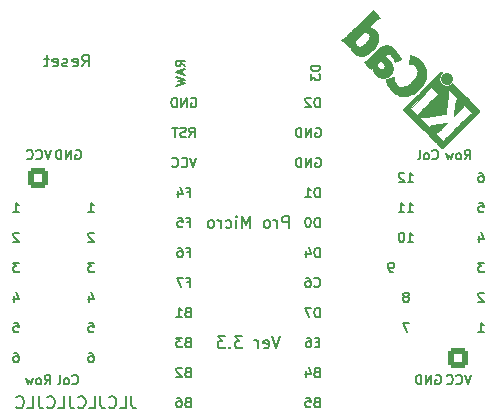
<source format=gbo>
%TF.GenerationSoftware,KiCad,Pcbnew,(6.0.10-0)*%
%TF.CreationDate,2023-01-12T22:41:03+08:00*%
%TF.ProjectId,Control,436f6e74-726f-46c2-9e6b-696361645f70,V3.2.2*%
%TF.SameCoordinates,PX7df6180PY32de760*%
%TF.FileFunction,Legend,Bot*%
%TF.FilePolarity,Positive*%
%FSLAX46Y46*%
G04 Gerber Fmt 4.6, Leading zero omitted, Abs format (unit mm)*
G04 Created by KiCad (PCBNEW (6.0.10-0)) date 2023-01-12 22:41:03*
%MOMM*%
%LPD*%
G01*
G04 APERTURE LIST*
G04 Aperture macros list*
%AMRoundRect*
0 Rectangle with rounded corners*
0 $1 Rounding radius*
0 $2 $3 $4 $5 $6 $7 $8 $9 X,Y pos of 4 corners*
0 Add a 4 corners polygon primitive as box body*
4,1,4,$2,$3,$4,$5,$6,$7,$8,$9,$2,$3,0*
0 Add four circle primitives for the rounded corners*
1,1,$1+$1,$2,$3*
1,1,$1+$1,$4,$5*
1,1,$1+$1,$6,$7*
1,1,$1+$1,$8,$9*
0 Add four rect primitives between the rounded corners*
20,1,$1+$1,$2,$3,$4,$5,0*
20,1,$1+$1,$4,$5,$6,$7,0*
20,1,$1+$1,$6,$7,$8,$9,0*
20,1,$1+$1,$8,$9,$2,$3,0*%
G04 Aperture macros list end*
%ADD10C,0.152400*%
%ADD11C,0.150000*%
%ADD12C,0.200000*%
%ADD13C,0.010000*%
%ADD14C,1.700000*%
%ADD15R,1.700000X1.700000*%
%ADD16RoundRect,0.250000X-0.600000X-0.600000X0.600000X-0.600000X0.600000X0.600000X-0.600000X0.600000X0*%
%ADD17RoundRect,0.250000X0.600000X0.600000X-0.600000X0.600000X-0.600000X-0.600000X0.600000X-0.600000X0*%
%ADD18C,2.000000*%
G04 APERTURE END LIST*
D10*
X10305142Y-22303619D02*
X9966476Y-23319619D01*
X9627809Y-22303619D01*
X8902095Y-23271238D02*
X8998857Y-23319619D01*
X9192380Y-23319619D01*
X9289142Y-23271238D01*
X9337523Y-23174476D01*
X9337523Y-22787428D01*
X9289142Y-22690666D01*
X9192380Y-22642285D01*
X8998857Y-22642285D01*
X8902095Y-22690666D01*
X8853714Y-22787428D01*
X8853714Y-22884190D01*
X9337523Y-22980952D01*
X8418285Y-23319619D02*
X8418285Y-22642285D01*
X8418285Y-22835809D02*
X8369904Y-22739047D01*
X8321523Y-22690666D01*
X8224761Y-22642285D01*
X8128000Y-22642285D01*
X7112000Y-22303619D02*
X6483047Y-22303619D01*
X6821714Y-22690666D01*
X6676571Y-22690666D01*
X6579809Y-22739047D01*
X6531428Y-22787428D01*
X6483047Y-22884190D01*
X6483047Y-23126095D01*
X6531428Y-23222857D01*
X6579809Y-23271238D01*
X6676571Y-23319619D01*
X6966857Y-23319619D01*
X7063619Y-23271238D01*
X7112000Y-23222857D01*
X6047619Y-23222857D02*
X5999238Y-23271238D01*
X6047619Y-23319619D01*
X6096000Y-23271238D01*
X6047619Y-23222857D01*
X6047619Y-23319619D01*
X5660571Y-22303619D02*
X5031619Y-22303619D01*
X5370285Y-22690666D01*
X5225142Y-22690666D01*
X5128380Y-22739047D01*
X5080000Y-22787428D01*
X5031619Y-22884190D01*
X5031619Y-23126095D01*
X5080000Y-23222857D01*
X5128380Y-23271238D01*
X5225142Y-23319619D01*
X5515428Y-23319619D01*
X5612190Y-23271238D01*
X5660571Y-23222857D01*
D11*
X21107380Y-14331904D02*
X21564523Y-14331904D01*
X21335952Y-14331904D02*
X21335952Y-13531904D01*
X21412142Y-13646190D01*
X21488333Y-13722380D01*
X21564523Y-13760476D01*
X20612142Y-13531904D02*
X20535952Y-13531904D01*
X20459761Y-13570000D01*
X20421666Y-13608095D01*
X20383571Y-13684285D01*
X20345476Y-13836666D01*
X20345476Y-14027142D01*
X20383571Y-14179523D01*
X20421666Y-14255714D01*
X20459761Y-14293809D01*
X20535952Y-14331904D01*
X20612142Y-14331904D01*
X20688333Y-14293809D01*
X20726428Y-14255714D01*
X20764523Y-14179523D01*
X20802619Y-14027142D01*
X20802619Y-13836666D01*
X20764523Y-13684285D01*
X20726428Y-13608095D01*
X20688333Y-13570000D01*
X20612142Y-13531904D01*
X-5867381Y-23691904D02*
X-5715000Y-23691904D01*
X-5638810Y-23730000D01*
X-5600715Y-23768095D01*
X-5524524Y-23882380D01*
X-5486429Y-24034761D01*
X-5486429Y-24339523D01*
X-5524524Y-24415714D01*
X-5562620Y-24453809D01*
X-5638810Y-24491904D01*
X-5791191Y-24491904D01*
X-5867381Y-24453809D01*
X-5905477Y-24415714D01*
X-5943572Y-24339523D01*
X-5943572Y-24149047D01*
X-5905477Y-24072857D01*
X-5867381Y-24034761D01*
X-5791191Y-23996666D01*
X-5638810Y-23996666D01*
X-5562620Y-24034761D01*
X-5524524Y-24072857D01*
X-5486429Y-24149047D01*
X-12217381Y-18878571D02*
X-12217381Y-19411904D01*
X-12026905Y-18573809D02*
X-11836429Y-19145238D01*
X-12331667Y-19145238D01*
X23183809Y-7270714D02*
X23221904Y-7308809D01*
X23336190Y-7346904D01*
X23412380Y-7346904D01*
X23526666Y-7308809D01*
X23602857Y-7232619D01*
X23640952Y-7156428D01*
X23679047Y-7004047D01*
X23679047Y-6889761D01*
X23640952Y-6737380D01*
X23602857Y-6661190D01*
X23526666Y-6585000D01*
X23412380Y-6546904D01*
X23336190Y-6546904D01*
X23221904Y-6585000D01*
X23183809Y-6623095D01*
X22726666Y-7346904D02*
X22802857Y-7308809D01*
X22840952Y-7270714D01*
X22879047Y-7194523D01*
X22879047Y-6965952D01*
X22840952Y-6889761D01*
X22802857Y-6851666D01*
X22726666Y-6813571D01*
X22612380Y-6813571D01*
X22536190Y-6851666D01*
X22498095Y-6889761D01*
X22460000Y-6965952D01*
X22460000Y-7194523D01*
X22498095Y-7270714D01*
X22536190Y-7308809D01*
X22612380Y-7346904D01*
X22726666Y-7346904D01*
X22002857Y-7346904D02*
X22079047Y-7308809D01*
X22117142Y-7232619D01*
X22117142Y-6546904D01*
X27076428Y-21951904D02*
X27533571Y-21951904D01*
X27305000Y-21951904D02*
X27305000Y-21151904D01*
X27381190Y-21266190D01*
X27457380Y-21342380D01*
X27533571Y-21380476D01*
X-11798334Y-16071904D02*
X-12293572Y-16071904D01*
X-12026905Y-16376666D01*
X-12141191Y-16376666D01*
X-12217381Y-16414761D01*
X-12255477Y-16452857D01*
X-12293572Y-16529047D01*
X-12293572Y-16719523D01*
X-12255477Y-16795714D01*
X-12217381Y-16833809D01*
X-12141191Y-16871904D01*
X-11912620Y-16871904D01*
X-11836429Y-16833809D01*
X-11798334Y-16795714D01*
X-7010477Y-6585000D02*
X-6934286Y-6546904D01*
X-6820000Y-6546904D01*
X-6705715Y-6585000D01*
X-6629524Y-6661190D01*
X-6591429Y-6737380D01*
X-6553334Y-6889761D01*
X-6553334Y-7004047D01*
X-6591429Y-7156428D01*
X-6629524Y-7232619D01*
X-6705715Y-7308809D01*
X-6820000Y-7346904D01*
X-6896191Y-7346904D01*
X-7010477Y-7308809D01*
X-7048572Y-7270714D01*
X-7048572Y-7004047D01*
X-6896191Y-7004047D01*
X-7391429Y-7346904D02*
X-7391429Y-6546904D01*
X-7848572Y-7346904D01*
X-7848572Y-6546904D01*
X-8229524Y-7346904D02*
X-8229524Y-6546904D01*
X-8420000Y-6546904D01*
X-8534286Y-6585000D01*
X-8610477Y-6661190D01*
X-8648572Y-6737380D01*
X-8686667Y-6889761D01*
X-8686667Y-7004047D01*
X-8648572Y-7156428D01*
X-8610477Y-7232619D01*
X-8534286Y-7308809D01*
X-8420000Y-7346904D01*
X-8229524Y-7346904D01*
X27152619Y-8451904D02*
X27305000Y-8451904D01*
X27381190Y-8490000D01*
X27419285Y-8528095D01*
X27495476Y-8642380D01*
X27533571Y-8794761D01*
X27533571Y-9099523D01*
X27495476Y-9175714D01*
X27457380Y-9213809D01*
X27381190Y-9251904D01*
X27228809Y-9251904D01*
X27152619Y-9213809D01*
X27114523Y-9175714D01*
X27076428Y-9099523D01*
X27076428Y-8909047D01*
X27114523Y-8832857D01*
X27152619Y-8794761D01*
X27228809Y-8756666D01*
X27381190Y-8756666D01*
X27457380Y-8794761D01*
X27495476Y-8832857D01*
X27533571Y-8909047D01*
X21107380Y-9251904D02*
X21564523Y-9251904D01*
X21335952Y-9251904D02*
X21335952Y-8451904D01*
X21412142Y-8566190D01*
X21488333Y-8642380D01*
X21564523Y-8680476D01*
X20802619Y-8528095D02*
X20764523Y-8490000D01*
X20688333Y-8451904D01*
X20497857Y-8451904D01*
X20421666Y-8490000D01*
X20383571Y-8528095D01*
X20345476Y-8604285D01*
X20345476Y-8680476D01*
X20383571Y-8794761D01*
X20840714Y-9251904D01*
X20345476Y-9251904D01*
X25933333Y-7346904D02*
X26200000Y-6965952D01*
X26390476Y-7346904D02*
X26390476Y-6546904D01*
X26085714Y-6546904D01*
X26009523Y-6585000D01*
X25971428Y-6623095D01*
X25933333Y-6699285D01*
X25933333Y-6813571D01*
X25971428Y-6889761D01*
X26009523Y-6927857D01*
X26085714Y-6965952D01*
X26390476Y-6965952D01*
X25476190Y-7346904D02*
X25552380Y-7308809D01*
X25590476Y-7270714D01*
X25628571Y-7194523D01*
X25628571Y-6965952D01*
X25590476Y-6889761D01*
X25552380Y-6851666D01*
X25476190Y-6813571D01*
X25361904Y-6813571D01*
X25285714Y-6851666D01*
X25247619Y-6889761D01*
X25209523Y-6965952D01*
X25209523Y-7194523D01*
X25247619Y-7270714D01*
X25285714Y-7308809D01*
X25361904Y-7346904D01*
X25476190Y-7346904D01*
X24942857Y-6813571D02*
X24790476Y-7346904D01*
X24638095Y-6965952D01*
X24485714Y-7346904D01*
X24333333Y-6813571D01*
X27114523Y-10991904D02*
X27495476Y-10991904D01*
X27533571Y-11372857D01*
X27495476Y-11334761D01*
X27419285Y-11296666D01*
X27228809Y-11296666D01*
X27152619Y-11334761D01*
X27114523Y-11372857D01*
X27076428Y-11449047D01*
X27076428Y-11639523D01*
X27114523Y-11715714D01*
X27152619Y-11753809D01*
X27228809Y-11791904D01*
X27419285Y-11791904D01*
X27495476Y-11753809D01*
X27533571Y-11715714D01*
X27571666Y-16071904D02*
X27076428Y-16071904D01*
X27343095Y-16376666D01*
X27228809Y-16376666D01*
X27152619Y-16414761D01*
X27114523Y-16452857D01*
X27076428Y-16529047D01*
X27076428Y-16719523D01*
X27114523Y-16795714D01*
X27152619Y-16833809D01*
X27228809Y-16871904D01*
X27457380Y-16871904D01*
X27533571Y-16833809D01*
X27571666Y-16795714D01*
X-11836429Y-13608095D02*
X-11874524Y-13570000D01*
X-11950715Y-13531904D01*
X-12141191Y-13531904D01*
X-12217381Y-13570000D01*
X-12255477Y-13608095D01*
X-12293572Y-13684285D01*
X-12293572Y-13760476D01*
X-12255477Y-13874761D01*
X-11798334Y-14331904D01*
X-12293572Y-14331904D01*
X-9093334Y-6546904D02*
X-9360000Y-7346904D01*
X-9626667Y-6546904D01*
X-10350477Y-7270714D02*
X-10312381Y-7308809D01*
X-10198096Y-7346904D01*
X-10121905Y-7346904D01*
X-10007620Y-7308809D01*
X-9931429Y-7232619D01*
X-9893334Y-7156428D01*
X-9855239Y-7004047D01*
X-9855239Y-6889761D01*
X-9893334Y-6737380D01*
X-9931429Y-6661190D01*
X-10007620Y-6585000D01*
X-10121905Y-6546904D01*
X-10198096Y-6546904D01*
X-10312381Y-6585000D01*
X-10350477Y-6623095D01*
X-11150477Y-7270714D02*
X-11112381Y-7308809D01*
X-10998096Y-7346904D01*
X-10921905Y-7346904D01*
X-10807620Y-7308809D01*
X-10731429Y-7232619D01*
X-10693334Y-7156428D01*
X-10655239Y-7004047D01*
X-10655239Y-6889761D01*
X-10693334Y-6737380D01*
X-10731429Y-6661190D01*
X-10807620Y-6585000D01*
X-10921905Y-6546904D01*
X-10998096Y-6546904D01*
X-11112381Y-6585000D01*
X-11150477Y-6623095D01*
X21031190Y-18954761D02*
X21107380Y-18916666D01*
X21145476Y-18878571D01*
X21183571Y-18802380D01*
X21183571Y-18764285D01*
X21145476Y-18688095D01*
X21107380Y-18650000D01*
X21031190Y-18611904D01*
X20878809Y-18611904D01*
X20802619Y-18650000D01*
X20764523Y-18688095D01*
X20726428Y-18764285D01*
X20726428Y-18802380D01*
X20764523Y-18878571D01*
X20802619Y-18916666D01*
X20878809Y-18954761D01*
X21031190Y-18954761D01*
X21107380Y-18992857D01*
X21145476Y-19030952D01*
X21183571Y-19107142D01*
X21183571Y-19259523D01*
X21145476Y-19335714D01*
X21107380Y-19373809D01*
X21031190Y-19411904D01*
X20878809Y-19411904D01*
X20802619Y-19373809D01*
X20764523Y-19335714D01*
X20726428Y-19259523D01*
X20726428Y-19107142D01*
X20764523Y-19030952D01*
X20802619Y-18992857D01*
X20878809Y-18954761D01*
X-12255477Y-21151904D02*
X-11874524Y-21151904D01*
X-11836429Y-21532857D01*
X-11874524Y-21494761D01*
X-11950715Y-21456666D01*
X-12141191Y-21456666D01*
X-12217381Y-21494761D01*
X-12255477Y-21532857D01*
X-12293572Y-21609047D01*
X-12293572Y-21799523D01*
X-12255477Y-21875714D01*
X-12217381Y-21913809D01*
X-12141191Y-21951904D01*
X-11950715Y-21951904D01*
X-11874524Y-21913809D01*
X-11836429Y-21875714D01*
X-5905477Y-21151904D02*
X-5524524Y-21151904D01*
X-5486429Y-21532857D01*
X-5524524Y-21494761D01*
X-5600715Y-21456666D01*
X-5791191Y-21456666D01*
X-5867381Y-21494761D01*
X-5905477Y-21532857D01*
X-5943572Y-21609047D01*
X-5943572Y-21799523D01*
X-5905477Y-21875714D01*
X-5867381Y-21913809D01*
X-5791191Y-21951904D01*
X-5600715Y-21951904D01*
X-5524524Y-21913809D01*
X-5486429Y-21875714D01*
X21107380Y-11791904D02*
X21564523Y-11791904D01*
X21335952Y-11791904D02*
X21335952Y-10991904D01*
X21412142Y-11106190D01*
X21488333Y-11182380D01*
X21564523Y-11220476D01*
X20345476Y-11791904D02*
X20802619Y-11791904D01*
X20574047Y-11791904D02*
X20574047Y-10991904D01*
X20650238Y-11106190D01*
X20726428Y-11182380D01*
X20802619Y-11220476D01*
X-5486429Y-13608095D02*
X-5524524Y-13570000D01*
X-5600715Y-13531904D01*
X-5791191Y-13531904D01*
X-5867381Y-13570000D01*
X-5905477Y-13608095D01*
X-5943572Y-13684285D01*
X-5943572Y-13760476D01*
X-5905477Y-13874761D01*
X-5448334Y-14331904D01*
X-5943572Y-14331904D01*
X19837380Y-16871904D02*
X19685000Y-16871904D01*
X19608809Y-16833809D01*
X19570714Y-16795714D01*
X19494523Y-16681428D01*
X19456428Y-16529047D01*
X19456428Y-16224285D01*
X19494523Y-16148095D01*
X19532619Y-16110000D01*
X19608809Y-16071904D01*
X19761190Y-16071904D01*
X19837380Y-16110000D01*
X19875476Y-16148095D01*
X19913571Y-16224285D01*
X19913571Y-16414761D01*
X19875476Y-16490952D01*
X19837380Y-16529047D01*
X19761190Y-16567142D01*
X19608809Y-16567142D01*
X19532619Y-16529047D01*
X19494523Y-16490952D01*
X19456428Y-16414761D01*
X-5448334Y-16071904D02*
X-5943572Y-16071904D01*
X-5676905Y-16376666D01*
X-5791191Y-16376666D01*
X-5867381Y-16414761D01*
X-5905477Y-16452857D01*
X-5943572Y-16529047D01*
X-5943572Y-16719523D01*
X-5905477Y-16795714D01*
X-5867381Y-16833809D01*
X-5791191Y-16871904D01*
X-5562620Y-16871904D01*
X-5486429Y-16833809D01*
X-5448334Y-16795714D01*
X-12217381Y-23691904D02*
X-12065000Y-23691904D01*
X-11988810Y-23730000D01*
X-11950715Y-23768095D01*
X-11874524Y-23882380D01*
X-11836429Y-24034761D01*
X-11836429Y-24339523D01*
X-11874524Y-24415714D01*
X-11912620Y-24453809D01*
X-11988810Y-24491904D01*
X-12141191Y-24491904D01*
X-12217381Y-24453809D01*
X-12255477Y-24415714D01*
X-12293572Y-24339523D01*
X-12293572Y-24149047D01*
X-12255477Y-24072857D01*
X-12217381Y-24034761D01*
X-12141191Y-23996666D01*
X-11988810Y-23996666D01*
X-11912620Y-24034761D01*
X-11874524Y-24072857D01*
X-11836429Y-24149047D01*
X26466666Y-25596904D02*
X26200000Y-26396904D01*
X25933333Y-25596904D01*
X25209523Y-26320714D02*
X25247619Y-26358809D01*
X25361904Y-26396904D01*
X25438095Y-26396904D01*
X25552380Y-26358809D01*
X25628571Y-26282619D01*
X25666666Y-26206428D01*
X25704761Y-26054047D01*
X25704761Y-25939761D01*
X25666666Y-25787380D01*
X25628571Y-25711190D01*
X25552380Y-25635000D01*
X25438095Y-25596904D01*
X25361904Y-25596904D01*
X25247619Y-25635000D01*
X25209523Y-25673095D01*
X24409523Y-26320714D02*
X24447619Y-26358809D01*
X24561904Y-26396904D01*
X24638095Y-26396904D01*
X24752380Y-26358809D01*
X24828571Y-26282619D01*
X24866666Y-26206428D01*
X24904761Y-26054047D01*
X24904761Y-25939761D01*
X24866666Y-25787380D01*
X24828571Y-25711190D01*
X24752380Y-25635000D01*
X24638095Y-25596904D01*
X24561904Y-25596904D01*
X24447619Y-25635000D01*
X24409523Y-25673095D01*
X-12293572Y-11791904D02*
X-11836429Y-11791904D01*
X-12065000Y-11791904D02*
X-12065000Y-10991904D01*
X-11988810Y-11106190D01*
X-11912620Y-11182380D01*
X-11836429Y-11220476D01*
X27533571Y-18688095D02*
X27495476Y-18650000D01*
X27419285Y-18611904D01*
X27228809Y-18611904D01*
X27152619Y-18650000D01*
X27114523Y-18688095D01*
X27076428Y-18764285D01*
X27076428Y-18840476D01*
X27114523Y-18954761D01*
X27571666Y-19411904D01*
X27076428Y-19411904D01*
X-5943572Y-11791904D02*
X-5486429Y-11791904D01*
X-5715000Y-11791904D02*
X-5715000Y-10991904D01*
X-5638810Y-11106190D01*
X-5562620Y-11182380D01*
X-5486429Y-11220476D01*
X-5867381Y-18878571D02*
X-5867381Y-19411904D01*
X-5676905Y-18573809D02*
X-5486429Y-19145238D01*
X-5981667Y-19145238D01*
X27152619Y-13798571D02*
X27152619Y-14331904D01*
X27343095Y-13493809D02*
X27533571Y-14065238D01*
X27038333Y-14065238D01*
X-7296191Y-26320714D02*
X-7258096Y-26358809D01*
X-7143810Y-26396904D01*
X-7067620Y-26396904D01*
X-6953334Y-26358809D01*
X-6877143Y-26282619D01*
X-6839048Y-26206428D01*
X-6800953Y-26054047D01*
X-6800953Y-25939761D01*
X-6839048Y-25787380D01*
X-6877143Y-25711190D01*
X-6953334Y-25635000D01*
X-7067620Y-25596904D01*
X-7143810Y-25596904D01*
X-7258096Y-25635000D01*
X-7296191Y-25673095D01*
X-7753334Y-26396904D02*
X-7677143Y-26358809D01*
X-7639048Y-26320714D01*
X-7600953Y-26244523D01*
X-7600953Y-26015952D01*
X-7639048Y-25939761D01*
X-7677143Y-25901666D01*
X-7753334Y-25863571D01*
X-7867620Y-25863571D01*
X-7943810Y-25901666D01*
X-7981905Y-25939761D01*
X-8020000Y-26015952D01*
X-8020000Y-26244523D01*
X-7981905Y-26320714D01*
X-7943810Y-26358809D01*
X-7867620Y-26396904D01*
X-7753334Y-26396904D01*
X-8477143Y-26396904D02*
X-8400953Y-26358809D01*
X-8362858Y-26282619D01*
X-8362858Y-25596904D01*
X23469523Y-25635000D02*
X23545714Y-25596904D01*
X23660000Y-25596904D01*
X23774285Y-25635000D01*
X23850476Y-25711190D01*
X23888571Y-25787380D01*
X23926666Y-25939761D01*
X23926666Y-26054047D01*
X23888571Y-26206428D01*
X23850476Y-26282619D01*
X23774285Y-26358809D01*
X23660000Y-26396904D01*
X23583809Y-26396904D01*
X23469523Y-26358809D01*
X23431428Y-26320714D01*
X23431428Y-26054047D01*
X23583809Y-26054047D01*
X23088571Y-26396904D02*
X23088571Y-25596904D01*
X22631428Y-26396904D01*
X22631428Y-25596904D01*
X22250476Y-26396904D02*
X22250476Y-25596904D01*
X22060000Y-25596904D01*
X21945714Y-25635000D01*
X21869523Y-25711190D01*
X21831428Y-25787380D01*
X21793333Y-25939761D01*
X21793333Y-26054047D01*
X21831428Y-26206428D01*
X21869523Y-26282619D01*
X21945714Y-26358809D01*
X22060000Y-26396904D01*
X22250476Y-26396904D01*
X21221666Y-21151904D02*
X20688333Y-21151904D01*
X21031190Y-21951904D01*
X-9626667Y-26396904D02*
X-9360000Y-26015952D01*
X-9169524Y-26396904D02*
X-9169524Y-25596904D01*
X-9474286Y-25596904D01*
X-9550477Y-25635000D01*
X-9588572Y-25673095D01*
X-9626667Y-25749285D01*
X-9626667Y-25863571D01*
X-9588572Y-25939761D01*
X-9550477Y-25977857D01*
X-9474286Y-26015952D01*
X-9169524Y-26015952D01*
X-10083810Y-26396904D02*
X-10007620Y-26358809D01*
X-9969524Y-26320714D01*
X-9931429Y-26244523D01*
X-9931429Y-26015952D01*
X-9969524Y-25939761D01*
X-10007620Y-25901666D01*
X-10083810Y-25863571D01*
X-10198096Y-25863571D01*
X-10274286Y-25901666D01*
X-10312381Y-25939761D01*
X-10350477Y-26015952D01*
X-10350477Y-26244523D01*
X-10312381Y-26320714D01*
X-10274286Y-26358809D01*
X-10198096Y-26396904D01*
X-10083810Y-26396904D01*
X-10617143Y-25863571D02*
X-10769524Y-26396904D01*
X-10921905Y-26015952D01*
X-11074286Y-26396904D01*
X-11226667Y-25863571D01*
D10*
%TO.C,L1*%
X-2292048Y-27383619D02*
X-2292048Y-28109333D01*
X-2243667Y-28254476D01*
X-2146905Y-28351238D01*
X-2001762Y-28399619D01*
X-1905000Y-28399619D01*
X-3259667Y-28399619D02*
X-2775858Y-28399619D01*
X-2775858Y-27383619D01*
X-4178905Y-28302857D02*
X-4130524Y-28351238D01*
X-3985381Y-28399619D01*
X-3888620Y-28399619D01*
X-3743477Y-28351238D01*
X-3646715Y-28254476D01*
X-3598334Y-28157714D01*
X-3549953Y-27964190D01*
X-3549953Y-27819047D01*
X-3598334Y-27625523D01*
X-3646715Y-27528761D01*
X-3743477Y-27432000D01*
X-3888620Y-27383619D01*
X-3985381Y-27383619D01*
X-4130524Y-27432000D01*
X-4178905Y-27480380D01*
X-4904620Y-27383619D02*
X-4904620Y-28109333D01*
X-4856239Y-28254476D01*
X-4759477Y-28351238D01*
X-4614334Y-28399619D01*
X-4517572Y-28399619D01*
X-5872239Y-28399619D02*
X-5388429Y-28399619D01*
X-5388429Y-27383619D01*
X-6791477Y-28302857D02*
X-6743096Y-28351238D01*
X-6597953Y-28399619D01*
X-6501191Y-28399619D01*
X-6356048Y-28351238D01*
X-6259286Y-28254476D01*
X-6210905Y-28157714D01*
X-6162524Y-27964190D01*
X-6162524Y-27819047D01*
X-6210905Y-27625523D01*
X-6259286Y-27528761D01*
X-6356048Y-27432000D01*
X-6501191Y-27383619D01*
X-6597953Y-27383619D01*
X-6743096Y-27432000D01*
X-6791477Y-27480380D01*
X-7517191Y-27383619D02*
X-7517191Y-28109333D01*
X-7468810Y-28254476D01*
X-7372048Y-28351238D01*
X-7226905Y-28399619D01*
X-7130143Y-28399619D01*
X-8484810Y-28399619D02*
X-8001000Y-28399619D01*
X-8001000Y-27383619D01*
X-9404048Y-28302857D02*
X-9355667Y-28351238D01*
X-9210524Y-28399619D01*
X-9113762Y-28399619D01*
X-8968620Y-28351238D01*
X-8871858Y-28254476D01*
X-8823477Y-28157714D01*
X-8775096Y-27964190D01*
X-8775096Y-27819047D01*
X-8823477Y-27625523D01*
X-8871858Y-27528761D01*
X-8968620Y-27432000D01*
X-9113762Y-27383619D01*
X-9210524Y-27383619D01*
X-9355667Y-27432000D01*
X-9404048Y-27480380D01*
X-10129762Y-27383619D02*
X-10129762Y-28109333D01*
X-10081381Y-28254476D01*
X-9984620Y-28351238D01*
X-9839477Y-28399619D01*
X-9742715Y-28399619D01*
X-11097381Y-28399619D02*
X-10613572Y-28399619D01*
X-10613572Y-27383619D01*
X-12016620Y-28302857D02*
X-11968239Y-28351238D01*
X-11823096Y-28399619D01*
X-11726334Y-28399619D01*
X-11581191Y-28351238D01*
X-11484429Y-28254476D01*
X-11436048Y-28157714D01*
X-11387667Y-27964190D01*
X-11387667Y-27819047D01*
X-11436048Y-27625523D01*
X-11484429Y-27528761D01*
X-11581191Y-27432000D01*
X-11726334Y-27383619D01*
X-11823096Y-27383619D01*
X-11968239Y-27432000D01*
X-12016620Y-27480380D01*
D11*
%TO.C,U1*%
X13671476Y-2901904D02*
X13671476Y-2101904D01*
X13481000Y-2101904D01*
X13366714Y-2140000D01*
X13290523Y-2216190D01*
X13252428Y-2292380D01*
X13214333Y-2444761D01*
X13214333Y-2559047D01*
X13252428Y-2711428D01*
X13290523Y-2787619D01*
X13366714Y-2863809D01*
X13481000Y-2901904D01*
X13671476Y-2901904D01*
X12909571Y-2178095D02*
X12871476Y-2140000D01*
X12795285Y-2101904D01*
X12604809Y-2101904D01*
X12528619Y-2140000D01*
X12490523Y-2178095D01*
X12452428Y-2254285D01*
X12452428Y-2330476D01*
X12490523Y-2444761D01*
X12947666Y-2901904D01*
X12452428Y-2901904D01*
X2482809Y-25342857D02*
X2368523Y-25380952D01*
X2330428Y-25419047D01*
X2292333Y-25495238D01*
X2292333Y-25609523D01*
X2330428Y-25685714D01*
X2368523Y-25723809D01*
X2444714Y-25761904D01*
X2749476Y-25761904D01*
X2749476Y-24961904D01*
X2482809Y-24961904D01*
X2406619Y-25000000D01*
X2368523Y-25038095D01*
X2330428Y-25114285D01*
X2330428Y-25190476D01*
X2368523Y-25266666D01*
X2406619Y-25304761D01*
X2482809Y-25342857D01*
X2749476Y-25342857D01*
X1987571Y-25038095D02*
X1949476Y-25000000D01*
X1873285Y-24961904D01*
X1682809Y-24961904D01*
X1606619Y-25000000D01*
X1568523Y-25038095D01*
X1530428Y-25114285D01*
X1530428Y-25190476D01*
X1568523Y-25304761D01*
X2025666Y-25761904D01*
X1530428Y-25761904D01*
D12*
X11024761Y-13152380D02*
X11024761Y-12152380D01*
X10643809Y-12152380D01*
X10548571Y-12200000D01*
X10500952Y-12247619D01*
X10453333Y-12342857D01*
X10453333Y-12485714D01*
X10500952Y-12580952D01*
X10548571Y-12628571D01*
X10643809Y-12676190D01*
X11024761Y-12676190D01*
X10024761Y-13152380D02*
X10024761Y-12485714D01*
X10024761Y-12676190D02*
X9977142Y-12580952D01*
X9929523Y-12533333D01*
X9834285Y-12485714D01*
X9739047Y-12485714D01*
X9262857Y-13152380D02*
X9358095Y-13104761D01*
X9405714Y-13057142D01*
X9453333Y-12961904D01*
X9453333Y-12676190D01*
X9405714Y-12580952D01*
X9358095Y-12533333D01*
X9262857Y-12485714D01*
X9120000Y-12485714D01*
X9024761Y-12533333D01*
X8977142Y-12580952D01*
X8929523Y-12676190D01*
X8929523Y-12961904D01*
X8977142Y-13057142D01*
X9024761Y-13104761D01*
X9120000Y-13152380D01*
X9262857Y-13152380D01*
X7739047Y-13152380D02*
X7739047Y-12152380D01*
X7405714Y-12866666D01*
X7072380Y-12152380D01*
X7072380Y-13152380D01*
X6596190Y-13152380D02*
X6596190Y-12485714D01*
X6596190Y-12152380D02*
X6643809Y-12200000D01*
X6596190Y-12247619D01*
X6548571Y-12200000D01*
X6596190Y-12152380D01*
X6596190Y-12247619D01*
X5691428Y-13104761D02*
X5786666Y-13152380D01*
X5977142Y-13152380D01*
X6072380Y-13104761D01*
X6120000Y-13057142D01*
X6167619Y-12961904D01*
X6167619Y-12676190D01*
X6120000Y-12580952D01*
X6072380Y-12533333D01*
X5977142Y-12485714D01*
X5786666Y-12485714D01*
X5691428Y-12533333D01*
X5262857Y-13152380D02*
X5262857Y-12485714D01*
X5262857Y-12676190D02*
X5215238Y-12580952D01*
X5167619Y-12533333D01*
X5072380Y-12485714D01*
X4977142Y-12485714D01*
X4500952Y-13152380D02*
X4596190Y-13104761D01*
X4643809Y-13057142D01*
X4691428Y-12961904D01*
X4691428Y-12676190D01*
X4643809Y-12580952D01*
X4596190Y-12533333D01*
X4500952Y-12485714D01*
X4358095Y-12485714D01*
X4262857Y-12533333D01*
X4215238Y-12580952D01*
X4167619Y-12676190D01*
X4167619Y-12961904D01*
X4215238Y-13057142D01*
X4262857Y-13104761D01*
X4358095Y-13152380D01*
X4500952Y-13152380D01*
D11*
X2425666Y-17722857D02*
X2692333Y-17722857D01*
X2692333Y-18141904D02*
X2692333Y-17341904D01*
X2311380Y-17341904D01*
X2082809Y-17341904D02*
X1549476Y-17341904D01*
X1892333Y-18141904D01*
X13214333Y-18065714D02*
X13252428Y-18103809D01*
X13366714Y-18141904D01*
X13442904Y-18141904D01*
X13557190Y-18103809D01*
X13633380Y-18027619D01*
X13671476Y-17951428D01*
X13709571Y-17799047D01*
X13709571Y-17684761D01*
X13671476Y-17532380D01*
X13633380Y-17456190D01*
X13557190Y-17380000D01*
X13442904Y-17341904D01*
X13366714Y-17341904D01*
X13252428Y-17380000D01*
X13214333Y-17418095D01*
X12528619Y-17341904D02*
X12681000Y-17341904D01*
X12757190Y-17380000D01*
X12795285Y-17418095D01*
X12871476Y-17532380D01*
X12909571Y-17684761D01*
X12909571Y-17989523D01*
X12871476Y-18065714D01*
X12833380Y-18103809D01*
X12757190Y-18141904D01*
X12604809Y-18141904D01*
X12528619Y-18103809D01*
X12490523Y-18065714D01*
X12452428Y-17989523D01*
X12452428Y-17799047D01*
X12490523Y-17722857D01*
X12528619Y-17684761D01*
X12604809Y-17646666D01*
X12757190Y-17646666D01*
X12833380Y-17684761D01*
X12871476Y-17722857D01*
X12909571Y-17799047D01*
X2425666Y-10102857D02*
X2692333Y-10102857D01*
X2692333Y-10521904D02*
X2692333Y-9721904D01*
X2311380Y-9721904D01*
X1663761Y-9988571D02*
X1663761Y-10521904D01*
X1854238Y-9683809D02*
X2044714Y-10255238D01*
X1549476Y-10255238D01*
X13671476Y-20681904D02*
X13671476Y-19881904D01*
X13481000Y-19881904D01*
X13366714Y-19920000D01*
X13290523Y-19996190D01*
X13252428Y-20072380D01*
X13214333Y-20224761D01*
X13214333Y-20339047D01*
X13252428Y-20491428D01*
X13290523Y-20567619D01*
X13366714Y-20643809D01*
X13481000Y-20681904D01*
X13671476Y-20681904D01*
X12947666Y-19881904D02*
X12414333Y-19881904D01*
X12757190Y-20681904D01*
X13309523Y-4680000D02*
X13385714Y-4641904D01*
X13500000Y-4641904D01*
X13614285Y-4680000D01*
X13690476Y-4756190D01*
X13728571Y-4832380D01*
X13766666Y-4984761D01*
X13766666Y-5099047D01*
X13728571Y-5251428D01*
X13690476Y-5327619D01*
X13614285Y-5403809D01*
X13500000Y-5441904D01*
X13423809Y-5441904D01*
X13309523Y-5403809D01*
X13271428Y-5365714D01*
X13271428Y-5099047D01*
X13423809Y-5099047D01*
X12928571Y-5441904D02*
X12928571Y-4641904D01*
X12471428Y-5441904D01*
X12471428Y-4641904D01*
X12090476Y-5441904D02*
X12090476Y-4641904D01*
X11900000Y-4641904D01*
X11785714Y-4680000D01*
X11709523Y-4756190D01*
X11671428Y-4832380D01*
X11633333Y-4984761D01*
X11633333Y-5099047D01*
X11671428Y-5251428D01*
X11709523Y-5327619D01*
X11785714Y-5403809D01*
X11900000Y-5441904D01*
X12090476Y-5441904D01*
X2425666Y-15182857D02*
X2692333Y-15182857D01*
X2692333Y-15601904D02*
X2692333Y-14801904D01*
X2311380Y-14801904D01*
X1663761Y-14801904D02*
X1816142Y-14801904D01*
X1892333Y-14840000D01*
X1930428Y-14878095D01*
X2006619Y-14992380D01*
X2044714Y-15144761D01*
X2044714Y-15449523D01*
X2006619Y-15525714D01*
X1968523Y-15563809D01*
X1892333Y-15601904D01*
X1739952Y-15601904D01*
X1663761Y-15563809D01*
X1625666Y-15525714D01*
X1587571Y-15449523D01*
X1587571Y-15259047D01*
X1625666Y-15182857D01*
X1663761Y-15144761D01*
X1739952Y-15106666D01*
X1892333Y-15106666D01*
X1968523Y-15144761D01*
X2006619Y-15182857D01*
X2044714Y-15259047D01*
X13671476Y-15601904D02*
X13671476Y-14801904D01*
X13481000Y-14801904D01*
X13366714Y-14840000D01*
X13290523Y-14916190D01*
X13252428Y-14992380D01*
X13214333Y-15144761D01*
X13214333Y-15259047D01*
X13252428Y-15411428D01*
X13290523Y-15487619D01*
X13366714Y-15563809D01*
X13481000Y-15601904D01*
X13671476Y-15601904D01*
X12528619Y-15068571D02*
X12528619Y-15601904D01*
X12719095Y-14763809D02*
X12909571Y-15335238D01*
X12414333Y-15335238D01*
X2768523Y-2140000D02*
X2844714Y-2101904D01*
X2959000Y-2101904D01*
X3073285Y-2140000D01*
X3149476Y-2216190D01*
X3187571Y-2292380D01*
X3225666Y-2444761D01*
X3225666Y-2559047D01*
X3187571Y-2711428D01*
X3149476Y-2787619D01*
X3073285Y-2863809D01*
X2959000Y-2901904D01*
X2882809Y-2901904D01*
X2768523Y-2863809D01*
X2730428Y-2825714D01*
X2730428Y-2559047D01*
X2882809Y-2559047D01*
X2387571Y-2901904D02*
X2387571Y-2101904D01*
X1930428Y-2901904D01*
X1930428Y-2101904D01*
X1549476Y-2901904D02*
X1549476Y-2101904D01*
X1359000Y-2101904D01*
X1244714Y-2140000D01*
X1168523Y-2216190D01*
X1130428Y-2292380D01*
X1092333Y-2444761D01*
X1092333Y-2559047D01*
X1130428Y-2711428D01*
X1168523Y-2787619D01*
X1244714Y-2863809D01*
X1359000Y-2901904D01*
X1549476Y-2901904D01*
X13696904Y590477D02*
X12896904Y590477D01*
X12896904Y400000D01*
X12935000Y285715D01*
X13011190Y209524D01*
X13087380Y171429D01*
X13239761Y133334D01*
X13354047Y133334D01*
X13506428Y171429D01*
X13582619Y209524D01*
X13658809Y285715D01*
X13696904Y400000D01*
X13696904Y590477D01*
X12896904Y-133333D02*
X12896904Y-628571D01*
X13201666Y-361904D01*
X13201666Y-476190D01*
X13239761Y-552380D01*
X13277857Y-590476D01*
X13354047Y-628571D01*
X13544523Y-628571D01*
X13620714Y-590476D01*
X13658809Y-552380D01*
X13696904Y-476190D01*
X13696904Y-247619D01*
X13658809Y-171428D01*
X13620714Y-133333D01*
X2482809Y-27882857D02*
X2368523Y-27920952D01*
X2330428Y-27959047D01*
X2292333Y-28035238D01*
X2292333Y-28149523D01*
X2330428Y-28225714D01*
X2368523Y-28263809D01*
X2444714Y-28301904D01*
X2749476Y-28301904D01*
X2749476Y-27501904D01*
X2482809Y-27501904D01*
X2406619Y-27540000D01*
X2368523Y-27578095D01*
X2330428Y-27654285D01*
X2330428Y-27730476D01*
X2368523Y-27806666D01*
X2406619Y-27844761D01*
X2482809Y-27882857D01*
X2749476Y-27882857D01*
X1606619Y-27501904D02*
X1759000Y-27501904D01*
X1835190Y-27540000D01*
X1873285Y-27578095D01*
X1949476Y-27692380D01*
X1987571Y-27844761D01*
X1987571Y-28149523D01*
X1949476Y-28225714D01*
X1911380Y-28263809D01*
X1835190Y-28301904D01*
X1682809Y-28301904D01*
X1606619Y-28263809D01*
X1568523Y-28225714D01*
X1530428Y-28149523D01*
X1530428Y-27959047D01*
X1568523Y-27882857D01*
X1606619Y-27844761D01*
X1682809Y-27806666D01*
X1835190Y-27806666D01*
X1911380Y-27844761D01*
X1949476Y-27882857D01*
X1987571Y-27959047D01*
X2266904Y552381D02*
X1885952Y819048D01*
X2266904Y1009524D02*
X1466904Y1009524D01*
X1466904Y704762D01*
X1505000Y628572D01*
X1543095Y590477D01*
X1619285Y552381D01*
X1733571Y552381D01*
X1809761Y590477D01*
X1847857Y628572D01*
X1885952Y704762D01*
X1885952Y1009524D01*
X2038333Y247620D02*
X2038333Y-133333D01*
X2266904Y323810D02*
X1466904Y57143D01*
X2266904Y-209523D01*
X1466904Y-400000D02*
X2266904Y-590476D01*
X1695476Y-742857D01*
X2266904Y-895238D01*
X1466904Y-1085714D01*
X2622495Y-5441904D02*
X2889161Y-5060952D01*
X3079638Y-5441904D02*
X3079638Y-4641904D01*
X2774876Y-4641904D01*
X2698685Y-4680000D01*
X2660590Y-4718095D01*
X2622495Y-4794285D01*
X2622495Y-4908571D01*
X2660590Y-4984761D01*
X2698685Y-5022857D01*
X2774876Y-5060952D01*
X3079638Y-5060952D01*
X2317733Y-5403809D02*
X2203447Y-5441904D01*
X2012971Y-5441904D01*
X1936780Y-5403809D01*
X1898685Y-5365714D01*
X1860590Y-5289523D01*
X1860590Y-5213333D01*
X1898685Y-5137142D01*
X1936780Y-5099047D01*
X2012971Y-5060952D01*
X2165352Y-5022857D01*
X2241542Y-4984761D01*
X2279638Y-4946666D01*
X2317733Y-4870476D01*
X2317733Y-4794285D01*
X2279638Y-4718095D01*
X2241542Y-4680000D01*
X2165352Y-4641904D01*
X1974876Y-4641904D01*
X1860590Y-4680000D01*
X1632019Y-4641904D02*
X1174876Y-4641904D01*
X1403447Y-5441904D02*
X1403447Y-4641904D01*
X13309523Y-7220000D02*
X13385714Y-7181904D01*
X13500000Y-7181904D01*
X13614285Y-7220000D01*
X13690476Y-7296190D01*
X13728571Y-7372380D01*
X13766666Y-7524761D01*
X13766666Y-7639047D01*
X13728571Y-7791428D01*
X13690476Y-7867619D01*
X13614285Y-7943809D01*
X13500000Y-7981904D01*
X13423809Y-7981904D01*
X13309523Y-7943809D01*
X13271428Y-7905714D01*
X13271428Y-7639047D01*
X13423809Y-7639047D01*
X12928571Y-7981904D02*
X12928571Y-7181904D01*
X12471428Y-7981904D01*
X12471428Y-7181904D01*
X12090476Y-7981904D02*
X12090476Y-7181904D01*
X11900000Y-7181904D01*
X11785714Y-7220000D01*
X11709523Y-7296190D01*
X11671428Y-7372380D01*
X11633333Y-7524761D01*
X11633333Y-7639047D01*
X11671428Y-7791428D01*
X11709523Y-7867619D01*
X11785714Y-7943809D01*
X11900000Y-7981904D01*
X12090476Y-7981904D01*
X2482809Y-20262857D02*
X2368523Y-20300952D01*
X2330428Y-20339047D01*
X2292333Y-20415238D01*
X2292333Y-20529523D01*
X2330428Y-20605714D01*
X2368523Y-20643809D01*
X2444714Y-20681904D01*
X2749476Y-20681904D01*
X2749476Y-19881904D01*
X2482809Y-19881904D01*
X2406619Y-19920000D01*
X2368523Y-19958095D01*
X2330428Y-20034285D01*
X2330428Y-20110476D01*
X2368523Y-20186666D01*
X2406619Y-20224761D01*
X2482809Y-20262857D01*
X2749476Y-20262857D01*
X1530428Y-20681904D02*
X1987571Y-20681904D01*
X1759000Y-20681904D02*
X1759000Y-19881904D01*
X1835190Y-19996190D01*
X1911380Y-20072380D01*
X1987571Y-20110476D01*
X13404809Y-25342857D02*
X13290523Y-25380952D01*
X13252428Y-25419047D01*
X13214333Y-25495238D01*
X13214333Y-25609523D01*
X13252428Y-25685714D01*
X13290523Y-25723809D01*
X13366714Y-25761904D01*
X13671476Y-25761904D01*
X13671476Y-24961904D01*
X13404809Y-24961904D01*
X13328619Y-25000000D01*
X13290523Y-25038095D01*
X13252428Y-25114285D01*
X13252428Y-25190476D01*
X13290523Y-25266666D01*
X13328619Y-25304761D01*
X13404809Y-25342857D01*
X13671476Y-25342857D01*
X12528619Y-25228571D02*
X12528619Y-25761904D01*
X12719095Y-24923809D02*
X12909571Y-25495238D01*
X12414333Y-25495238D01*
X2482809Y-22802857D02*
X2368523Y-22840952D01*
X2330428Y-22879047D01*
X2292333Y-22955238D01*
X2292333Y-23069523D01*
X2330428Y-23145714D01*
X2368523Y-23183809D01*
X2444714Y-23221904D01*
X2749476Y-23221904D01*
X2749476Y-22421904D01*
X2482809Y-22421904D01*
X2406619Y-22460000D01*
X2368523Y-22498095D01*
X2330428Y-22574285D01*
X2330428Y-22650476D01*
X2368523Y-22726666D01*
X2406619Y-22764761D01*
X2482809Y-22802857D01*
X2749476Y-22802857D01*
X2025666Y-22421904D02*
X1530428Y-22421904D01*
X1797095Y-22726666D01*
X1682809Y-22726666D01*
X1606619Y-22764761D01*
X1568523Y-22802857D01*
X1530428Y-22879047D01*
X1530428Y-23069523D01*
X1568523Y-23145714D01*
X1606619Y-23183809D01*
X1682809Y-23221904D01*
X1911380Y-23221904D01*
X1987571Y-23183809D01*
X2025666Y-23145714D01*
X13671476Y-10521904D02*
X13671476Y-9721904D01*
X13481000Y-9721904D01*
X13366714Y-9760000D01*
X13290523Y-9836190D01*
X13252428Y-9912380D01*
X13214333Y-10064761D01*
X13214333Y-10179047D01*
X13252428Y-10331428D01*
X13290523Y-10407619D01*
X13366714Y-10483809D01*
X13481000Y-10521904D01*
X13671476Y-10521904D01*
X12452428Y-10521904D02*
X12909571Y-10521904D01*
X12681000Y-10521904D02*
X12681000Y-9721904D01*
X12757190Y-9836190D01*
X12833380Y-9912380D01*
X12909571Y-9950476D01*
X13671476Y-13061904D02*
X13671476Y-12261904D01*
X13481000Y-12261904D01*
X13366714Y-12300000D01*
X13290523Y-12376190D01*
X13252428Y-12452380D01*
X13214333Y-12604761D01*
X13214333Y-12719047D01*
X13252428Y-12871428D01*
X13290523Y-12947619D01*
X13366714Y-13023809D01*
X13481000Y-13061904D01*
X13671476Y-13061904D01*
X12719095Y-12261904D02*
X12642904Y-12261904D01*
X12566714Y-12300000D01*
X12528619Y-12338095D01*
X12490523Y-12414285D01*
X12452428Y-12566666D01*
X12452428Y-12757142D01*
X12490523Y-12909523D01*
X12528619Y-12985714D01*
X12566714Y-13023809D01*
X12642904Y-13061904D01*
X12719095Y-13061904D01*
X12795285Y-13023809D01*
X12833380Y-12985714D01*
X12871476Y-12909523D01*
X12909571Y-12757142D01*
X12909571Y-12566666D01*
X12871476Y-12414285D01*
X12833380Y-12338095D01*
X12795285Y-12300000D01*
X12719095Y-12261904D01*
X13633380Y-22802857D02*
X13366714Y-22802857D01*
X13252428Y-23221904D02*
X13633380Y-23221904D01*
X13633380Y-22421904D01*
X13252428Y-22421904D01*
X12566714Y-22421904D02*
X12719095Y-22421904D01*
X12795285Y-22460000D01*
X12833380Y-22498095D01*
X12909571Y-22612380D01*
X12947666Y-22764761D01*
X12947666Y-23069523D01*
X12909571Y-23145714D01*
X12871476Y-23183809D01*
X12795285Y-23221904D01*
X12642904Y-23221904D01*
X12566714Y-23183809D01*
X12528619Y-23145714D01*
X12490523Y-23069523D01*
X12490523Y-22879047D01*
X12528619Y-22802857D01*
X12566714Y-22764761D01*
X12642904Y-22726666D01*
X12795285Y-22726666D01*
X12871476Y-22764761D01*
X12909571Y-22802857D01*
X12947666Y-22879047D01*
X13404809Y-27882857D02*
X13290523Y-27920952D01*
X13252428Y-27959047D01*
X13214333Y-28035238D01*
X13214333Y-28149523D01*
X13252428Y-28225714D01*
X13290523Y-28263809D01*
X13366714Y-28301904D01*
X13671476Y-28301904D01*
X13671476Y-27501904D01*
X13404809Y-27501904D01*
X13328619Y-27540000D01*
X13290523Y-27578095D01*
X13252428Y-27654285D01*
X13252428Y-27730476D01*
X13290523Y-27806666D01*
X13328619Y-27844761D01*
X13404809Y-27882857D01*
X13671476Y-27882857D01*
X12490523Y-27501904D02*
X12871476Y-27501904D01*
X12909571Y-27882857D01*
X12871476Y-27844761D01*
X12795285Y-27806666D01*
X12604809Y-27806666D01*
X12528619Y-27844761D01*
X12490523Y-27882857D01*
X12452428Y-27959047D01*
X12452428Y-28149523D01*
X12490523Y-28225714D01*
X12528619Y-28263809D01*
X12604809Y-28301904D01*
X12795285Y-28301904D01*
X12871476Y-28263809D01*
X12909571Y-28225714D01*
X3225666Y-7181904D02*
X2959000Y-7981904D01*
X2692333Y-7181904D01*
X1968523Y-7905714D02*
X2006619Y-7943809D01*
X2120904Y-7981904D01*
X2197095Y-7981904D01*
X2311380Y-7943809D01*
X2387571Y-7867619D01*
X2425666Y-7791428D01*
X2463761Y-7639047D01*
X2463761Y-7524761D01*
X2425666Y-7372380D01*
X2387571Y-7296190D01*
X2311380Y-7220000D01*
X2197095Y-7181904D01*
X2120904Y-7181904D01*
X2006619Y-7220000D01*
X1968523Y-7258095D01*
X1168523Y-7905714D02*
X1206619Y-7943809D01*
X1320904Y-7981904D01*
X1397095Y-7981904D01*
X1511380Y-7943809D01*
X1587571Y-7867619D01*
X1625666Y-7791428D01*
X1663761Y-7639047D01*
X1663761Y-7524761D01*
X1625666Y-7372380D01*
X1587571Y-7296190D01*
X1511380Y-7220000D01*
X1397095Y-7181904D01*
X1320904Y-7181904D01*
X1206619Y-7220000D01*
X1168523Y-7258095D01*
X2425666Y-12642857D02*
X2692333Y-12642857D01*
X2692333Y-13061904D02*
X2692333Y-12261904D01*
X2311380Y-12261904D01*
X1625666Y-12261904D02*
X2006619Y-12261904D01*
X2044714Y-12642857D01*
X2006619Y-12604761D01*
X1930428Y-12566666D01*
X1739952Y-12566666D01*
X1663761Y-12604761D01*
X1625666Y-12642857D01*
X1587571Y-12719047D01*
X1587571Y-12909523D01*
X1625666Y-12985714D01*
X1663761Y-13023809D01*
X1739952Y-13061904D01*
X1930428Y-13061904D01*
X2006619Y-13023809D01*
X2044714Y-12985714D01*
D12*
%TO.C,SW1*%
X-6456905Y527620D02*
X-6123572Y1003810D01*
X-5885477Y527620D02*
X-5885477Y1527620D01*
X-6266429Y1527620D01*
X-6361667Y1480000D01*
X-6409286Y1432381D01*
X-6456905Y1337143D01*
X-6456905Y1194286D01*
X-6409286Y1099048D01*
X-6361667Y1051429D01*
X-6266429Y1003810D01*
X-5885477Y1003810D01*
X-7266429Y575239D02*
X-7171191Y527620D01*
X-6980715Y527620D01*
X-6885477Y575239D01*
X-6837858Y670477D01*
X-6837858Y1051429D01*
X-6885477Y1146667D01*
X-6980715Y1194286D01*
X-7171191Y1194286D01*
X-7266429Y1146667D01*
X-7314048Y1051429D01*
X-7314048Y956191D01*
X-6837858Y860953D01*
X-7695000Y575239D02*
X-7790239Y527620D01*
X-7980715Y527620D01*
X-8075953Y575239D01*
X-8123572Y670477D01*
X-8123572Y718096D01*
X-8075953Y813334D01*
X-7980715Y860953D01*
X-7837858Y860953D01*
X-7742620Y908572D01*
X-7695000Y1003810D01*
X-7695000Y1051429D01*
X-7742620Y1146667D01*
X-7837858Y1194286D01*
X-7980715Y1194286D01*
X-8075953Y1146667D01*
X-8933096Y575239D02*
X-8837858Y527620D01*
X-8647381Y527620D01*
X-8552143Y575239D01*
X-8504524Y670477D01*
X-8504524Y1051429D01*
X-8552143Y1146667D01*
X-8647381Y1194286D01*
X-8837858Y1194286D01*
X-8933096Y1146667D01*
X-8980715Y1051429D01*
X-8980715Y956191D01*
X-8504524Y860953D01*
X-9266429Y1194286D02*
X-9647381Y1194286D01*
X-9409286Y1527620D02*
X-9409286Y670477D01*
X-9456905Y575239D01*
X-9552143Y527620D01*
X-9647381Y527620D01*
%TO.C,REF\u002A\u002A*%
G36*
X26727694Y-3737365D02*
G01*
X26635223Y-3830465D01*
X26531347Y-3934769D01*
X26415419Y-4050960D01*
X26286790Y-4179722D01*
X26144814Y-4321739D01*
X25988843Y-4477696D01*
X25818229Y-4648275D01*
X25632323Y-4834161D01*
X25602517Y-4863967D01*
X25418242Y-5048275D01*
X25249181Y-5217392D01*
X25094649Y-5371956D01*
X24953966Y-5512610D01*
X24826451Y-5639992D01*
X24711420Y-5754743D01*
X24608192Y-5857502D01*
X24516085Y-5948910D01*
X24434418Y-6029607D01*
X24362509Y-6100233D01*
X24299677Y-6161426D01*
X24245238Y-6213830D01*
X24198512Y-6258083D01*
X24158815Y-6294825D01*
X24125469Y-6324697D01*
X24097789Y-6348337D01*
X24075095Y-6366388D01*
X24056703Y-6379488D01*
X24041934Y-6388278D01*
X24030104Y-6393398D01*
X24020533Y-6395488D01*
X24012538Y-6395187D01*
X24005436Y-6393137D01*
X23998548Y-6389977D01*
X23991191Y-6386348D01*
X23982682Y-6382889D01*
X23978421Y-6380987D01*
X23971011Y-6376358D01*
X23960757Y-6368650D01*
X23947002Y-6357219D01*
X23929093Y-6341420D01*
X23906371Y-6320607D01*
X23878184Y-6294137D01*
X23843874Y-6261363D01*
X23802789Y-6221641D01*
X23754272Y-6174326D01*
X23697668Y-6118771D01*
X23632320Y-6054334D01*
X23557575Y-5980367D01*
X23472777Y-5896228D01*
X23377271Y-5801269D01*
X23270401Y-5694847D01*
X23151512Y-5576315D01*
X23019949Y-5445031D01*
X22875057Y-5300346D01*
X22716180Y-5141618D01*
X22542662Y-4968201D01*
X22353850Y-4779449D01*
X22326705Y-4752312D01*
X22139009Y-4564677D01*
X21966534Y-4392265D01*
X21808644Y-4234408D01*
X21664703Y-4090433D01*
X21534076Y-3959673D01*
X21416126Y-3841458D01*
X21365727Y-3790854D01*
X22099276Y-3790854D01*
X22915588Y-4607165D01*
X22969021Y-4552835D01*
X22999538Y-4523899D01*
X23028923Y-4502618D01*
X23064383Y-4484957D01*
X23113791Y-4466207D01*
X23120792Y-4463761D01*
X23173780Y-4446692D01*
X23226670Y-4431714D01*
X23268972Y-4421828D01*
X23276892Y-4420368D01*
X23314561Y-4413856D01*
X23369090Y-4404832D01*
X23437871Y-4393700D01*
X23518291Y-4380862D01*
X23607740Y-4366724D01*
X23703608Y-4351688D01*
X23803285Y-4336157D01*
X23904158Y-4320536D01*
X24003617Y-4305226D01*
X24099053Y-4290634D01*
X24187855Y-4277161D01*
X24267411Y-4265210D01*
X24335110Y-4255186D01*
X24388344Y-4247491D01*
X24424500Y-4242530D01*
X24440969Y-4240706D01*
X24447183Y-4240817D01*
X24451589Y-4242339D01*
X24452150Y-4246597D01*
X24447640Y-4254900D01*
X24436833Y-4268557D01*
X24418504Y-4288877D01*
X24391426Y-4317167D01*
X24354371Y-4354737D01*
X24306118Y-4402896D01*
X24245435Y-4462952D01*
X24171101Y-4536215D01*
X24081886Y-4623991D01*
X24050012Y-4655332D01*
X23963580Y-4740154D01*
X23891108Y-4810932D01*
X23831068Y-4869083D01*
X23781923Y-4916023D01*
X23742143Y-4953170D01*
X23710195Y-4981938D01*
X23684545Y-5003744D01*
X23663660Y-5020005D01*
X23646009Y-5032139D01*
X23630058Y-5041561D01*
X23605535Y-5054391D01*
X23544998Y-5081538D01*
X23489350Y-5100562D01*
X23445352Y-5108992D01*
X23443495Y-5109157D01*
X23438885Y-5110697D01*
X23437865Y-5114772D01*
X23441677Y-5122720D01*
X23451561Y-5135882D01*
X23468758Y-5155599D01*
X23494506Y-5183208D01*
X23530050Y-5220051D01*
X23576628Y-5267467D01*
X23635481Y-5326796D01*
X23707850Y-5399378D01*
X23794976Y-5486553D01*
X24170848Y-5862425D01*
X24184173Y-5794267D01*
X24186152Y-5783674D01*
X24189241Y-5765799D01*
X24192246Y-5749504D01*
X24195966Y-5733910D01*
X24201201Y-5718139D01*
X24208754Y-5701309D01*
X24219423Y-5682541D01*
X24234006Y-5660956D01*
X24253307Y-5635674D01*
X24278125Y-5605815D01*
X24309258Y-5570500D01*
X24347509Y-5528849D01*
X24393676Y-5479983D01*
X24448560Y-5423021D01*
X24512961Y-5357085D01*
X24587679Y-5281294D01*
X24673514Y-5194769D01*
X24771267Y-5096631D01*
X24881736Y-4985999D01*
X25005724Y-4861995D01*
X25144030Y-4723737D01*
X25297453Y-4570348D01*
X25384152Y-4483636D01*
X25529130Y-4338606D01*
X25659460Y-4208253D01*
X25776022Y-4091778D01*
X25879693Y-3988383D01*
X25971354Y-3897268D01*
X26051884Y-3817636D01*
X26122161Y-3748687D01*
X26183065Y-3689623D01*
X26235475Y-3639644D01*
X26280271Y-3597953D01*
X26318329Y-3563749D01*
X26350532Y-3536236D01*
X26377756Y-3514614D01*
X26400881Y-3498083D01*
X26420786Y-3485846D01*
X26438351Y-3477104D01*
X26454455Y-3471057D01*
X26469976Y-3466908D01*
X26485795Y-3463856D01*
X26502788Y-3461104D01*
X26521837Y-3457854D01*
X26590874Y-3445088D01*
X25841424Y-2695637D01*
X25823674Y-2767123D01*
X25816351Y-2795210D01*
X25807128Y-2824992D01*
X25795801Y-2853425D01*
X25780990Y-2882244D01*
X25761311Y-2913183D01*
X25735380Y-2947977D01*
X25701813Y-2988362D01*
X25659231Y-3036069D01*
X25606247Y-3092837D01*
X25541481Y-3160397D01*
X25463547Y-3240487D01*
X25371065Y-3334839D01*
X25286863Y-3420327D01*
X25204681Y-3503084D01*
X25136996Y-3570411D01*
X25084009Y-3622111D01*
X25045922Y-3657986D01*
X25022936Y-3677842D01*
X25015252Y-3681482D01*
X25015421Y-3676987D01*
X25017751Y-3648982D01*
X25022551Y-3602136D01*
X25029489Y-3539145D01*
X25038233Y-3462704D01*
X25048452Y-3375513D01*
X25059814Y-3280265D01*
X25071987Y-3179659D01*
X25084640Y-3076392D01*
X25097440Y-2973158D01*
X25110056Y-2872657D01*
X25122157Y-2777584D01*
X25133410Y-2690637D01*
X25143483Y-2614511D01*
X25152045Y-2551903D01*
X25158765Y-2505510D01*
X25163309Y-2478030D01*
X25182383Y-2394881D01*
X25210509Y-2310224D01*
X25243562Y-2246721D01*
X25281774Y-2203837D01*
X25319439Y-2173652D01*
X24518987Y-1373554D01*
X24525285Y-1423133D01*
X24526709Y-1434976D01*
X24532780Y-1517908D01*
X24533482Y-1614524D01*
X24528774Y-1727559D01*
X24518613Y-1859756D01*
X24516135Y-1886508D01*
X24509926Y-1950390D01*
X24502033Y-2028647D01*
X24492696Y-2119113D01*
X24482151Y-2219621D01*
X24470639Y-2328007D01*
X24458398Y-2442101D01*
X24445667Y-2559739D01*
X24443027Y-2583941D01*
X24432683Y-2678755D01*
X24419685Y-2796980D01*
X24406914Y-2912251D01*
X24394605Y-3022399D01*
X24382999Y-3125260D01*
X24372335Y-3218664D01*
X24362849Y-3300449D01*
X24354782Y-3368446D01*
X24348372Y-3420489D01*
X24343857Y-3454413D01*
X24341477Y-3468049D01*
X24337332Y-3469708D01*
X24313684Y-3475140D01*
X24270853Y-3483541D01*
X24210819Y-3494590D01*
X24135562Y-3507959D01*
X24047064Y-3523327D01*
X23947304Y-3540368D01*
X23838262Y-3558759D01*
X23721919Y-3578174D01*
X23600257Y-3598292D01*
X23475253Y-3618787D01*
X23348890Y-3639335D01*
X23223147Y-3659611D01*
X23100005Y-3679292D01*
X22981444Y-3698054D01*
X22869445Y-3715573D01*
X22765988Y-3731524D01*
X22673053Y-3745583D01*
X22592621Y-3757427D01*
X22526671Y-3766730D01*
X22477186Y-3773170D01*
X22444816Y-3776654D01*
X22373883Y-3782469D01*
X22298388Y-3786849D01*
X22230017Y-3789038D01*
X22099276Y-3790854D01*
X21365727Y-3790854D01*
X21310216Y-3735118D01*
X21215712Y-3639985D01*
X21131975Y-3555387D01*
X21058372Y-3480658D01*
X20994266Y-3415125D01*
X20939019Y-3358121D01*
X20891998Y-3308975D01*
X20852565Y-3267019D01*
X20820085Y-3231583D01*
X20793920Y-3201997D01*
X20773435Y-3177593D01*
X20757995Y-3157699D01*
X20746964Y-3141648D01*
X20739704Y-3128768D01*
X20735580Y-3118394D01*
X20733956Y-3109851D01*
X20734195Y-3102474D01*
X20735662Y-3095591D01*
X20737722Y-3088533D01*
X20739736Y-3080631D01*
X20740279Y-3078557D01*
X20742608Y-3073099D01*
X20747053Y-3065788D01*
X20754273Y-3055955D01*
X20764928Y-3042928D01*
X20779679Y-3026033D01*
X20799184Y-3004602D01*
X20824105Y-2977961D01*
X20855101Y-2945440D01*
X20857549Y-2942905D01*
X21265339Y-2942905D01*
X21267184Y-2946550D01*
X21282199Y-2964430D01*
X21310850Y-2995676D01*
X21351620Y-3038710D01*
X21402993Y-3091953D01*
X21463454Y-3153826D01*
X21531484Y-3222751D01*
X21605570Y-3297147D01*
X21654334Y-3345839D01*
X21723990Y-3415130D01*
X21787543Y-3478041D01*
X21843355Y-3532966D01*
X21889787Y-3578302D01*
X21925204Y-3612447D01*
X21947969Y-3633796D01*
X21956443Y-3640747D01*
X21957879Y-3637629D01*
X21963139Y-3618020D01*
X21969615Y-3587311D01*
X21972420Y-3572485D01*
X21975855Y-3556023D01*
X21980221Y-3540208D01*
X21986461Y-3524001D01*
X21995513Y-3506367D01*
X22008320Y-3486268D01*
X22025823Y-3462670D01*
X22048963Y-3434535D01*
X22078682Y-3400825D01*
X22115921Y-3360505D01*
X22161619Y-3312538D01*
X22216720Y-3255888D01*
X22282164Y-3189519D01*
X22358893Y-3112393D01*
X22447848Y-3023474D01*
X22549969Y-2921725D01*
X22666198Y-2806110D01*
X22797477Y-2675593D01*
X22924326Y-2549499D01*
X23037027Y-2437542D01*
X23135741Y-2339598D01*
X23221475Y-2254706D01*
X23295234Y-2181900D01*
X23358026Y-2120217D01*
X23410855Y-2068694D01*
X23454729Y-2026366D01*
X23490653Y-1992270D01*
X23519635Y-1965441D01*
X23542682Y-1944917D01*
X23560797Y-1929734D01*
X23574990Y-1918926D01*
X23586265Y-1911532D01*
X23595631Y-1906587D01*
X23604091Y-1903127D01*
X23612601Y-1900131D01*
X23652537Y-1887980D01*
X23687143Y-1879944D01*
X23688932Y-1879635D01*
X23714797Y-1874036D01*
X23728138Y-1869052D01*
X23727746Y-1868020D01*
X23716607Y-1854836D01*
X23691628Y-1827985D01*
X23654483Y-1789195D01*
X23606851Y-1740192D01*
X23550402Y-1682702D01*
X23486816Y-1618453D01*
X23417765Y-1549170D01*
X23102637Y-1234042D01*
X21433947Y-2894034D01*
X21373455Y-2916854D01*
X21347658Y-2925791D01*
X21314077Y-2934992D01*
X21292653Y-2937788D01*
X21281319Y-2937811D01*
X21265339Y-2942905D01*
X20857549Y-2942905D01*
X20892833Y-2906366D01*
X20937960Y-2860068D01*
X20991142Y-2805875D01*
X21053040Y-2743115D01*
X21124313Y-2671116D01*
X21205622Y-2589208D01*
X21297626Y-2496717D01*
X21400985Y-2392974D01*
X21516360Y-2277306D01*
X21644411Y-2149041D01*
X21785797Y-2007508D01*
X21941178Y-1852036D01*
X22111216Y-1681953D01*
X22296569Y-1496588D01*
X23846244Y53087D01*
X23900524Y53087D01*
X23936476Y50705D01*
X23963840Y40030D01*
X23991524Y16368D01*
X24028243Y-20352D01*
X23966061Y-82534D01*
X23932149Y-119186D01*
X23867344Y-210539D01*
X23821774Y-308461D01*
X23794894Y-410508D01*
X23786166Y-514240D01*
X23795047Y-617211D01*
X23820994Y-716982D01*
X23863468Y-811108D01*
X23921925Y-897149D01*
X23995826Y-972660D01*
X24084626Y-1035201D01*
X24187785Y-1082327D01*
X24297284Y-1109988D01*
X24410354Y-1117231D01*
X24521222Y-1103550D01*
X24627219Y-1069541D01*
X24725677Y-1015797D01*
X24813926Y-942912D01*
X24882365Y-874474D01*
X26028128Y-2020236D01*
X26177420Y-2169547D01*
X26321721Y-2313919D01*
X26451522Y-2443861D01*
X26567589Y-2560157D01*
X26670686Y-2663589D01*
X26761578Y-2754939D01*
X26841033Y-2834992D01*
X26909814Y-2904528D01*
X26968686Y-2964331D01*
X27018417Y-3015184D01*
X27059768Y-3057869D01*
X27093507Y-3093169D01*
X27120400Y-3121867D01*
X27141210Y-3144745D01*
X27156704Y-3162587D01*
X27167646Y-3176175D01*
X27174801Y-3186291D01*
X27178936Y-3193719D01*
X27180815Y-3199241D01*
X27182531Y-3206004D01*
X27184824Y-3213293D01*
X27186725Y-3220158D01*
X27187586Y-3227285D01*
X27186760Y-3235353D01*
X27183598Y-3245051D01*
X27177452Y-3257061D01*
X27167676Y-3272066D01*
X27153621Y-3290752D01*
X27134639Y-3313801D01*
X27110083Y-3341898D01*
X27079305Y-3375727D01*
X27041657Y-3415971D01*
X26996491Y-3463315D01*
X26943160Y-3518442D01*
X26881015Y-3582037D01*
X26809409Y-3654783D01*
X26805012Y-3659226D01*
X26727694Y-3737365D01*
G37*
D13*
X26727694Y-3737365D02*
X26635223Y-3830465D01*
X26531347Y-3934769D01*
X26415419Y-4050960D01*
X26286790Y-4179722D01*
X26144814Y-4321739D01*
X25988843Y-4477696D01*
X25818229Y-4648275D01*
X25632323Y-4834161D01*
X25602517Y-4863967D01*
X25418242Y-5048275D01*
X25249181Y-5217392D01*
X25094649Y-5371956D01*
X24953966Y-5512610D01*
X24826451Y-5639992D01*
X24711420Y-5754743D01*
X24608192Y-5857502D01*
X24516085Y-5948910D01*
X24434418Y-6029607D01*
X24362509Y-6100233D01*
X24299677Y-6161426D01*
X24245238Y-6213830D01*
X24198512Y-6258083D01*
X24158815Y-6294825D01*
X24125469Y-6324697D01*
X24097789Y-6348337D01*
X24075095Y-6366388D01*
X24056703Y-6379488D01*
X24041934Y-6388278D01*
X24030104Y-6393398D01*
X24020533Y-6395488D01*
X24012538Y-6395187D01*
X24005436Y-6393137D01*
X23998548Y-6389977D01*
X23991191Y-6386348D01*
X23982682Y-6382889D01*
X23978421Y-6380987D01*
X23971011Y-6376358D01*
X23960757Y-6368650D01*
X23947002Y-6357219D01*
X23929093Y-6341420D01*
X23906371Y-6320607D01*
X23878184Y-6294137D01*
X23843874Y-6261363D01*
X23802789Y-6221641D01*
X23754272Y-6174326D01*
X23697668Y-6118771D01*
X23632320Y-6054334D01*
X23557575Y-5980367D01*
X23472777Y-5896228D01*
X23377271Y-5801269D01*
X23270401Y-5694847D01*
X23151512Y-5576315D01*
X23019949Y-5445031D01*
X22875057Y-5300346D01*
X22716180Y-5141618D01*
X22542662Y-4968201D01*
X22353850Y-4779449D01*
X22326705Y-4752312D01*
X22139009Y-4564677D01*
X21966534Y-4392265D01*
X21808644Y-4234408D01*
X21664703Y-4090433D01*
X21534076Y-3959673D01*
X21416126Y-3841458D01*
X21365727Y-3790854D01*
X22099276Y-3790854D01*
X22915588Y-4607165D01*
X22969021Y-4552835D01*
X22999538Y-4523899D01*
X23028923Y-4502618D01*
X23064383Y-4484957D01*
X23113791Y-4466207D01*
X23120792Y-4463761D01*
X23173780Y-4446692D01*
X23226670Y-4431714D01*
X23268972Y-4421828D01*
X23276892Y-4420368D01*
X23314561Y-4413856D01*
X23369090Y-4404832D01*
X23437871Y-4393700D01*
X23518291Y-4380862D01*
X23607740Y-4366724D01*
X23703608Y-4351688D01*
X23803285Y-4336157D01*
X23904158Y-4320536D01*
X24003617Y-4305226D01*
X24099053Y-4290634D01*
X24187855Y-4277161D01*
X24267411Y-4265210D01*
X24335110Y-4255186D01*
X24388344Y-4247491D01*
X24424500Y-4242530D01*
X24440969Y-4240706D01*
X24447183Y-4240817D01*
X24451589Y-4242339D01*
X24452150Y-4246597D01*
X24447640Y-4254900D01*
X24436833Y-4268557D01*
X24418504Y-4288877D01*
X24391426Y-4317167D01*
X24354371Y-4354737D01*
X24306118Y-4402896D01*
X24245435Y-4462952D01*
X24171101Y-4536215D01*
X24081886Y-4623991D01*
X24050012Y-4655332D01*
X23963580Y-4740154D01*
X23891108Y-4810932D01*
X23831068Y-4869083D01*
X23781923Y-4916023D01*
X23742143Y-4953170D01*
X23710195Y-4981938D01*
X23684545Y-5003744D01*
X23663660Y-5020005D01*
X23646009Y-5032139D01*
X23630058Y-5041561D01*
X23605535Y-5054391D01*
X23544998Y-5081538D01*
X23489350Y-5100562D01*
X23445352Y-5108992D01*
X23443495Y-5109157D01*
X23438885Y-5110697D01*
X23437865Y-5114772D01*
X23441677Y-5122720D01*
X23451561Y-5135882D01*
X23468758Y-5155599D01*
X23494506Y-5183208D01*
X23530050Y-5220051D01*
X23576628Y-5267467D01*
X23635481Y-5326796D01*
X23707850Y-5399378D01*
X23794976Y-5486553D01*
X24170848Y-5862425D01*
X24184173Y-5794267D01*
X24186152Y-5783674D01*
X24189241Y-5765799D01*
X24192246Y-5749504D01*
X24195966Y-5733910D01*
X24201201Y-5718139D01*
X24208754Y-5701309D01*
X24219423Y-5682541D01*
X24234006Y-5660956D01*
X24253307Y-5635674D01*
X24278125Y-5605815D01*
X24309258Y-5570500D01*
X24347509Y-5528849D01*
X24393676Y-5479983D01*
X24448560Y-5423021D01*
X24512961Y-5357085D01*
X24587679Y-5281294D01*
X24673514Y-5194769D01*
X24771267Y-5096631D01*
X24881736Y-4985999D01*
X25005724Y-4861995D01*
X25144030Y-4723737D01*
X25297453Y-4570348D01*
X25384152Y-4483636D01*
X25529130Y-4338606D01*
X25659460Y-4208253D01*
X25776022Y-4091778D01*
X25879693Y-3988383D01*
X25971354Y-3897268D01*
X26051884Y-3817636D01*
X26122161Y-3748687D01*
X26183065Y-3689623D01*
X26235475Y-3639644D01*
X26280271Y-3597953D01*
X26318329Y-3563749D01*
X26350532Y-3536236D01*
X26377756Y-3514614D01*
X26400881Y-3498083D01*
X26420786Y-3485846D01*
X26438351Y-3477104D01*
X26454455Y-3471057D01*
X26469976Y-3466908D01*
X26485795Y-3463856D01*
X26502788Y-3461104D01*
X26521837Y-3457854D01*
X26590874Y-3445088D01*
X25841424Y-2695637D01*
X25823674Y-2767123D01*
X25816351Y-2795210D01*
X25807128Y-2824992D01*
X25795801Y-2853425D01*
X25780990Y-2882244D01*
X25761311Y-2913183D01*
X25735380Y-2947977D01*
X25701813Y-2988362D01*
X25659231Y-3036069D01*
X25606247Y-3092837D01*
X25541481Y-3160397D01*
X25463547Y-3240487D01*
X25371065Y-3334839D01*
X25286863Y-3420327D01*
X25204681Y-3503084D01*
X25136996Y-3570411D01*
X25084009Y-3622111D01*
X25045922Y-3657986D01*
X25022936Y-3677842D01*
X25015252Y-3681482D01*
X25015421Y-3676987D01*
X25017751Y-3648982D01*
X25022551Y-3602136D01*
X25029489Y-3539145D01*
X25038233Y-3462704D01*
X25048452Y-3375513D01*
X25059814Y-3280265D01*
X25071987Y-3179659D01*
X25084640Y-3076392D01*
X25097440Y-2973158D01*
X25110056Y-2872657D01*
X25122157Y-2777584D01*
X25133410Y-2690637D01*
X25143483Y-2614511D01*
X25152045Y-2551903D01*
X25158765Y-2505510D01*
X25163309Y-2478030D01*
X25182383Y-2394881D01*
X25210509Y-2310224D01*
X25243562Y-2246721D01*
X25281774Y-2203837D01*
X25319439Y-2173652D01*
X24518987Y-1373554D01*
X24525285Y-1423133D01*
X24526709Y-1434976D01*
X24532780Y-1517908D01*
X24533482Y-1614524D01*
X24528774Y-1727559D01*
X24518613Y-1859756D01*
X24516135Y-1886508D01*
X24509926Y-1950390D01*
X24502033Y-2028647D01*
X24492696Y-2119113D01*
X24482151Y-2219621D01*
X24470639Y-2328007D01*
X24458398Y-2442101D01*
X24445667Y-2559739D01*
X24443027Y-2583941D01*
X24432683Y-2678755D01*
X24419685Y-2796980D01*
X24406914Y-2912251D01*
X24394605Y-3022399D01*
X24382999Y-3125260D01*
X24372335Y-3218664D01*
X24362849Y-3300449D01*
X24354782Y-3368446D01*
X24348372Y-3420489D01*
X24343857Y-3454413D01*
X24341477Y-3468049D01*
X24337332Y-3469708D01*
X24313684Y-3475140D01*
X24270853Y-3483541D01*
X24210819Y-3494590D01*
X24135562Y-3507959D01*
X24047064Y-3523327D01*
X23947304Y-3540368D01*
X23838262Y-3558759D01*
X23721919Y-3578174D01*
X23600257Y-3598292D01*
X23475253Y-3618787D01*
X23348890Y-3639335D01*
X23223147Y-3659611D01*
X23100005Y-3679292D01*
X22981444Y-3698054D01*
X22869445Y-3715573D01*
X22765988Y-3731524D01*
X22673053Y-3745583D01*
X22592621Y-3757427D01*
X22526671Y-3766730D01*
X22477186Y-3773170D01*
X22444816Y-3776654D01*
X22373883Y-3782469D01*
X22298388Y-3786849D01*
X22230017Y-3789038D01*
X22099276Y-3790854D01*
X21365727Y-3790854D01*
X21310216Y-3735118D01*
X21215712Y-3639985D01*
X21131975Y-3555387D01*
X21058372Y-3480658D01*
X20994266Y-3415125D01*
X20939019Y-3358121D01*
X20891998Y-3308975D01*
X20852565Y-3267019D01*
X20820085Y-3231583D01*
X20793920Y-3201997D01*
X20773435Y-3177593D01*
X20757995Y-3157699D01*
X20746964Y-3141648D01*
X20739704Y-3128768D01*
X20735580Y-3118394D01*
X20733956Y-3109851D01*
X20734195Y-3102474D01*
X20735662Y-3095591D01*
X20737722Y-3088533D01*
X20739736Y-3080631D01*
X20740279Y-3078557D01*
X20742608Y-3073099D01*
X20747053Y-3065788D01*
X20754273Y-3055955D01*
X20764928Y-3042928D01*
X20779679Y-3026033D01*
X20799184Y-3004602D01*
X20824105Y-2977961D01*
X20855101Y-2945440D01*
X20857549Y-2942905D01*
X21265339Y-2942905D01*
X21267184Y-2946550D01*
X21282199Y-2964430D01*
X21310850Y-2995676D01*
X21351620Y-3038710D01*
X21402993Y-3091953D01*
X21463454Y-3153826D01*
X21531484Y-3222751D01*
X21605570Y-3297147D01*
X21654334Y-3345839D01*
X21723990Y-3415130D01*
X21787543Y-3478041D01*
X21843355Y-3532966D01*
X21889787Y-3578302D01*
X21925204Y-3612447D01*
X21947969Y-3633796D01*
X21956443Y-3640747D01*
X21957879Y-3637629D01*
X21963139Y-3618020D01*
X21969615Y-3587311D01*
X21972420Y-3572485D01*
X21975855Y-3556023D01*
X21980221Y-3540208D01*
X21986461Y-3524001D01*
X21995513Y-3506367D01*
X22008320Y-3486268D01*
X22025823Y-3462670D01*
X22048963Y-3434535D01*
X22078682Y-3400825D01*
X22115921Y-3360505D01*
X22161619Y-3312538D01*
X22216720Y-3255888D01*
X22282164Y-3189519D01*
X22358893Y-3112393D01*
X22447848Y-3023474D01*
X22549969Y-2921725D01*
X22666198Y-2806110D01*
X22797477Y-2675593D01*
X22924326Y-2549499D01*
X23037027Y-2437542D01*
X23135741Y-2339598D01*
X23221475Y-2254706D01*
X23295234Y-2181900D01*
X23358026Y-2120217D01*
X23410855Y-2068694D01*
X23454729Y-2026366D01*
X23490653Y-1992270D01*
X23519635Y-1965441D01*
X23542682Y-1944917D01*
X23560797Y-1929734D01*
X23574990Y-1918926D01*
X23586265Y-1911532D01*
X23595631Y-1906587D01*
X23604091Y-1903127D01*
X23612601Y-1900131D01*
X23652537Y-1887980D01*
X23687143Y-1879944D01*
X23688932Y-1879635D01*
X23714797Y-1874036D01*
X23728138Y-1869052D01*
X23727746Y-1868020D01*
X23716607Y-1854836D01*
X23691628Y-1827985D01*
X23654483Y-1789195D01*
X23606851Y-1740192D01*
X23550402Y-1682702D01*
X23486816Y-1618453D01*
X23417765Y-1549170D01*
X23102637Y-1234042D01*
X21433947Y-2894034D01*
X21373455Y-2916854D01*
X21347658Y-2925791D01*
X21314077Y-2934992D01*
X21292653Y-2937788D01*
X21281319Y-2937811D01*
X21265339Y-2942905D01*
X20857549Y-2942905D01*
X20892833Y-2906366D01*
X20937960Y-2860068D01*
X20991142Y-2805875D01*
X21053040Y-2743115D01*
X21124313Y-2671116D01*
X21205622Y-2589208D01*
X21297626Y-2496717D01*
X21400985Y-2392974D01*
X21516360Y-2277306D01*
X21644411Y-2149041D01*
X21785797Y-2007508D01*
X21941178Y-1852036D01*
X22111216Y-1681953D01*
X22296569Y-1496588D01*
X23846244Y53087D01*
X23900524Y53087D01*
X23936476Y50705D01*
X23963840Y40030D01*
X23991524Y16368D01*
X24028243Y-20352D01*
X23966061Y-82534D01*
X23932149Y-119186D01*
X23867344Y-210539D01*
X23821774Y-308461D01*
X23794894Y-410508D01*
X23786166Y-514240D01*
X23795047Y-617211D01*
X23820994Y-716982D01*
X23863468Y-811108D01*
X23921925Y-897149D01*
X23995826Y-972660D01*
X24084626Y-1035201D01*
X24187785Y-1082327D01*
X24297284Y-1109988D01*
X24410354Y-1117231D01*
X24521222Y-1103550D01*
X24627219Y-1069541D01*
X24725677Y-1015797D01*
X24813926Y-942912D01*
X24882365Y-874474D01*
X26028128Y-2020236D01*
X26177420Y-2169547D01*
X26321721Y-2313919D01*
X26451522Y-2443861D01*
X26567589Y-2560157D01*
X26670686Y-2663589D01*
X26761578Y-2754939D01*
X26841033Y-2834992D01*
X26909814Y-2904528D01*
X26968686Y-2964331D01*
X27018417Y-3015184D01*
X27059768Y-3057869D01*
X27093507Y-3093169D01*
X27120400Y-3121867D01*
X27141210Y-3144745D01*
X27156704Y-3162587D01*
X27167646Y-3176175D01*
X27174801Y-3186291D01*
X27178936Y-3193719D01*
X27180815Y-3199241D01*
X27182531Y-3206004D01*
X27184824Y-3213293D01*
X27186725Y-3220158D01*
X27187586Y-3227285D01*
X27186760Y-3235353D01*
X27183598Y-3245051D01*
X27177452Y-3257061D01*
X27167676Y-3272066D01*
X27153621Y-3290752D01*
X27134639Y-3313801D01*
X27110083Y-3341898D01*
X27079305Y-3375727D01*
X27041657Y-3415971D01*
X26996491Y-3463315D01*
X26943160Y-3518442D01*
X26881015Y-3582037D01*
X26809409Y-3654783D01*
X26805012Y-3659226D01*
X26727694Y-3737365D01*
G36*
X19600387Y-190387D02*
G01*
X19576070Y-214006D01*
X19520584Y-264359D01*
X19471222Y-302959D01*
X19422490Y-334248D01*
X19301952Y-392030D01*
X19176429Y-428581D01*
X19048407Y-443237D01*
X18919109Y-436065D01*
X18789761Y-407138D01*
X18661585Y-356522D01*
X18535804Y-284286D01*
X18506146Y-262708D01*
X18446073Y-211067D01*
X18383391Y-148855D01*
X18323443Y-81854D01*
X18271569Y-15849D01*
X18233115Y43378D01*
X18193351Y125892D01*
X18154312Y242277D01*
X18133229Y358839D01*
X18125379Y438796D01*
X18055143Y373174D01*
X17984907Y307551D01*
X17685876Y606581D01*
X17678166Y614296D01*
X17611570Y681325D01*
X17605013Y687999D01*
X18511644Y687999D01*
X18514605Y624748D01*
X18532157Y556527D01*
X18536021Y545340D01*
X18551495Y505973D01*
X18569068Y474026D01*
X18593544Y441890D01*
X18629724Y401959D01*
X18642241Y388869D01*
X18697541Y337589D01*
X18748914Y303074D01*
X18801446Y282479D01*
X18860221Y272956D01*
X18866917Y272500D01*
X18940532Y277569D01*
X19005596Y302771D01*
X19065236Y349269D01*
X19110743Y405003D01*
X19137842Y467068D01*
X19147275Y539499D01*
X19141632Y611539D01*
X19118596Y690928D01*
X19076979Y771716D01*
X19015812Y855747D01*
X18934126Y944863D01*
X18927831Y951137D01*
X18888130Y989709D01*
X18853654Y1021593D01*
X18827911Y1043626D01*
X18814414Y1052650D01*
X18806952Y1050966D01*
X18788211Y1038406D01*
X18758455Y1012847D01*
X18716282Y973065D01*
X18660291Y917832D01*
X18521786Y779327D01*
X18513413Y707781D01*
X18511644Y687999D01*
X17605013Y687999D01*
X17550786Y743189D01*
X17497521Y798102D01*
X17453479Y844278D01*
X17420365Y879930D01*
X17399888Y903273D01*
X17393751Y912519D01*
X17394092Y912828D01*
X17410064Y918850D01*
X17437400Y923813D01*
X17444283Y924615D01*
X17462013Y926728D01*
X17478244Y929476D01*
X17494235Y933941D01*
X17511246Y941206D01*
X17530536Y952352D01*
X17553367Y968464D01*
X17580997Y990622D01*
X17614687Y1019910D01*
X17655696Y1057410D01*
X17705284Y1104205D01*
X17764710Y1161377D01*
X17835236Y1230008D01*
X17918121Y1311182D01*
X18014624Y1405981D01*
X18126005Y1515486D01*
X18227842Y1615551D01*
X18331428Y1717125D01*
X18421542Y1805082D01*
X18499570Y1880625D01*
X18566900Y1944960D01*
X18624920Y1999290D01*
X18675017Y2044819D01*
X18718577Y2082752D01*
X18756989Y2114293D01*
X18791640Y2140644D01*
X18823917Y2163012D01*
X18855208Y2182598D01*
X18886900Y2200609D01*
X18920381Y2218248D01*
X18957038Y2236718D01*
X18998435Y2256232D01*
X19093982Y2291103D01*
X19188390Y2309510D01*
X19289488Y2313253D01*
X19389310Y2303319D01*
X19506871Y2272987D01*
X19624962Y2222103D01*
X19744391Y2150241D01*
X19865966Y2056971D01*
X19990494Y1941866D01*
X20031238Y1900560D01*
X20076111Y1852790D01*
X20116364Y1806359D01*
X20154599Y1757756D01*
X20193420Y1703472D01*
X20235429Y1639998D01*
X20283231Y1563824D01*
X20339427Y1471441D01*
X20354656Y1446280D01*
X20395168Y1380375D01*
X20433557Y1319296D01*
X20467477Y1266697D01*
X20494589Y1226227D01*
X20512549Y1201539D01*
X20529939Y1178946D01*
X20544788Y1156634D01*
X20548496Y1146201D01*
X20540049Y1142148D01*
X20513145Y1130458D01*
X20470602Y1112423D01*
X20415266Y1089244D01*
X20349982Y1062114D01*
X20277592Y1032231D01*
X20261762Y1025731D01*
X20170411Y988948D01*
X20099083Y961658D01*
X20047437Y943742D01*
X20015131Y935080D01*
X20001821Y935551D01*
X19997833Y942434D01*
X19986020Y967887D01*
X19969853Y1006073D01*
X19951620Y1051706D01*
X19911649Y1145419D01*
X19843923Y1271176D01*
X19761882Y1388810D01*
X19737859Y1418491D01*
X19666377Y1493034D01*
X19595467Y1545311D01*
X19524080Y1575497D01*
X19451171Y1583762D01*
X19375694Y1570277D01*
X19296601Y1535214D01*
X19212848Y1478744D01*
X19165897Y1442286D01*
X19285161Y1332609D01*
X19375806Y1244272D01*
X19478389Y1132664D01*
X19573044Y1017386D01*
X19653709Y905460D01*
X19688872Y849170D01*
X19752034Y725310D01*
X19798472Y598829D01*
X19827637Y472540D01*
X19838983Y349255D01*
X19831962Y231788D01*
X19806026Y122953D01*
X19785962Y68954D01*
X19754080Y815D01*
X19715206Y-61034D01*
X19665315Y-122725D01*
X19602593Y-188089D01*
X19600387Y-190387D01*
G37*
X19600387Y-190387D02*
X19576070Y-214006D01*
X19520584Y-264359D01*
X19471222Y-302959D01*
X19422490Y-334248D01*
X19301952Y-392030D01*
X19176429Y-428581D01*
X19048407Y-443237D01*
X18919109Y-436065D01*
X18789761Y-407138D01*
X18661585Y-356522D01*
X18535804Y-284286D01*
X18506146Y-262708D01*
X18446073Y-211067D01*
X18383391Y-148855D01*
X18323443Y-81854D01*
X18271569Y-15849D01*
X18233115Y43378D01*
X18193351Y125892D01*
X18154312Y242277D01*
X18133229Y358839D01*
X18125379Y438796D01*
X18055143Y373174D01*
X17984907Y307551D01*
X17685876Y606581D01*
X17678166Y614296D01*
X17611570Y681325D01*
X17605013Y687999D01*
X18511644Y687999D01*
X18514605Y624748D01*
X18532157Y556527D01*
X18536021Y545340D01*
X18551495Y505973D01*
X18569068Y474026D01*
X18593544Y441890D01*
X18629724Y401959D01*
X18642241Y388869D01*
X18697541Y337589D01*
X18748914Y303074D01*
X18801446Y282479D01*
X18860221Y272956D01*
X18866917Y272500D01*
X18940532Y277569D01*
X19005596Y302771D01*
X19065236Y349269D01*
X19110743Y405003D01*
X19137842Y467068D01*
X19147275Y539499D01*
X19141632Y611539D01*
X19118596Y690928D01*
X19076979Y771716D01*
X19015812Y855747D01*
X18934126Y944863D01*
X18927831Y951137D01*
X18888130Y989709D01*
X18853654Y1021593D01*
X18827911Y1043626D01*
X18814414Y1052650D01*
X18806952Y1050966D01*
X18788211Y1038406D01*
X18758455Y1012847D01*
X18716282Y973065D01*
X18660291Y917832D01*
X18521786Y779327D01*
X18513413Y707781D01*
X18511644Y687999D01*
X17605013Y687999D01*
X17550786Y743189D01*
X17497521Y798102D01*
X17453479Y844278D01*
X17420365Y879930D01*
X17399888Y903273D01*
X17393751Y912519D01*
X17394092Y912828D01*
X17410064Y918850D01*
X17437400Y923813D01*
X17444283Y924615D01*
X17462013Y926728D01*
X17478244Y929476D01*
X17494235Y933941D01*
X17511246Y941206D01*
X17530536Y952352D01*
X17553367Y968464D01*
X17580997Y990622D01*
X17614687Y1019910D01*
X17655696Y1057410D01*
X17705284Y1104205D01*
X17764710Y1161377D01*
X17835236Y1230008D01*
X17918121Y1311182D01*
X18014624Y1405981D01*
X18126005Y1515486D01*
X18227842Y1615551D01*
X18331428Y1717125D01*
X18421542Y1805082D01*
X18499570Y1880625D01*
X18566900Y1944960D01*
X18624920Y1999290D01*
X18675017Y2044819D01*
X18718577Y2082752D01*
X18756989Y2114293D01*
X18791640Y2140644D01*
X18823917Y2163012D01*
X18855208Y2182598D01*
X18886900Y2200609D01*
X18920381Y2218248D01*
X18957038Y2236718D01*
X18998435Y2256232D01*
X19093982Y2291103D01*
X19188390Y2309510D01*
X19289488Y2313253D01*
X19389310Y2303319D01*
X19506871Y2272987D01*
X19624962Y2222103D01*
X19744391Y2150241D01*
X19865966Y2056971D01*
X19990494Y1941866D01*
X20031238Y1900560D01*
X20076111Y1852790D01*
X20116364Y1806359D01*
X20154599Y1757756D01*
X20193420Y1703472D01*
X20235429Y1639998D01*
X20283231Y1563824D01*
X20339427Y1471441D01*
X20354656Y1446280D01*
X20395168Y1380375D01*
X20433557Y1319296D01*
X20467477Y1266697D01*
X20494589Y1226227D01*
X20512549Y1201539D01*
X20529939Y1178946D01*
X20544788Y1156634D01*
X20548496Y1146201D01*
X20540049Y1142148D01*
X20513145Y1130458D01*
X20470602Y1112423D01*
X20415266Y1089244D01*
X20349982Y1062114D01*
X20277592Y1032231D01*
X20261762Y1025731D01*
X20170411Y988948D01*
X20099083Y961658D01*
X20047437Y943742D01*
X20015131Y935080D01*
X20001821Y935551D01*
X19997833Y942434D01*
X19986020Y967887D01*
X19969853Y1006073D01*
X19951620Y1051706D01*
X19911649Y1145419D01*
X19843923Y1271176D01*
X19761882Y1388810D01*
X19737859Y1418491D01*
X19666377Y1493034D01*
X19595467Y1545311D01*
X19524080Y1575497D01*
X19451171Y1583762D01*
X19375694Y1570277D01*
X19296601Y1535214D01*
X19212848Y1478744D01*
X19165897Y1442286D01*
X19285161Y1332609D01*
X19375806Y1244272D01*
X19478389Y1132664D01*
X19573044Y1017386D01*
X19653709Y905460D01*
X19688872Y849170D01*
X19752034Y725310D01*
X19798472Y598829D01*
X19827637Y472540D01*
X19838983Y349255D01*
X19831962Y231788D01*
X19806026Y122953D01*
X19785962Y68954D01*
X19754080Y815D01*
X19715206Y-61034D01*
X19665315Y-122725D01*
X19602593Y-188089D01*
X19600387Y-190387D01*
G36*
X18086468Y1890287D02*
G01*
X18031191Y1836037D01*
X17918044Y1735022D01*
X17808057Y1651701D01*
X17697756Y1583821D01*
X17583664Y1529128D01*
X17462308Y1485366D01*
X17336726Y1454256D01*
X17192219Y1438165D01*
X17051415Y1443951D01*
X16915167Y1471499D01*
X16784335Y1520698D01*
X16659772Y1591434D01*
X16629011Y1613982D01*
X16569068Y1665821D01*
X16506624Y1728001D01*
X16446980Y1794778D01*
X16395438Y1860407D01*
X16357303Y1919141D01*
X16342310Y1947779D01*
X16309031Y2023825D01*
X16281068Y2104829D01*
X16260932Y2182952D01*
X16251139Y2250353D01*
X16248788Y2280104D01*
X16245343Y2308782D01*
X16242134Y2321727D01*
X16240092Y2321441D01*
X16225533Y2310854D01*
X16200701Y2288783D01*
X16169522Y2258638D01*
X16101671Y2190787D01*
X15629456Y2663002D01*
X16637745Y2663002D01*
X16654848Y2580324D01*
X16666840Y2534813D01*
X16686838Y2478260D01*
X16708725Y2430649D01*
X16742492Y2374647D01*
X16802720Y2298877D01*
X16868301Y2244859D01*
X16939633Y2212502D01*
X17017119Y2201715D01*
X17101158Y2212406D01*
X17192150Y2244485D01*
X17290498Y2297858D01*
X17301051Y2304758D01*
X17350331Y2342081D01*
X17408839Y2392580D01*
X17472905Y2452527D01*
X17538860Y2518189D01*
X17603038Y2585836D01*
X17661768Y2651735D01*
X17711382Y2712156D01*
X17748211Y2763369D01*
X17751453Y2768423D01*
X17809085Y2867125D01*
X17848705Y2955557D01*
X17870956Y3036009D01*
X17876482Y3110771D01*
X17865926Y3182134D01*
X17854340Y3215737D01*
X17816197Y3280600D01*
X17760983Y3340419D01*
X17692360Y3392180D01*
X17613986Y3432863D01*
X17529524Y3459452D01*
X17451053Y3476310D01*
X16637745Y2663002D01*
X15629456Y2663002D01*
X15494868Y2797590D01*
X15562029Y2816293D01*
X15572140Y2819059D01*
X15588389Y2823485D01*
X15603697Y2828083D01*
X15618870Y2833605D01*
X15634713Y2840800D01*
X15652035Y2850421D01*
X15671640Y2863218D01*
X15694334Y2879942D01*
X15720924Y2901344D01*
X15752216Y2928175D01*
X15789016Y2961185D01*
X15832130Y3001127D01*
X15882364Y3048751D01*
X15940525Y3104808D01*
X16007417Y3170048D01*
X16083849Y3245223D01*
X16170624Y3331083D01*
X16268551Y3428381D01*
X16378434Y3537866D01*
X16501081Y3660290D01*
X16637296Y3796402D01*
X16787887Y3946956D01*
X16953658Y4112700D01*
X18145178Y5303942D01*
X18785341Y4663779D01*
X18742122Y4655112D01*
X18730917Y4652769D01*
X18679691Y4638469D01*
X18633828Y4617693D01*
X18586657Y4586871D01*
X18531507Y4542437D01*
X18526222Y4537847D01*
X18498102Y4512240D01*
X18458820Y4475247D01*
X18410332Y4428802D01*
X18354593Y4374844D01*
X18293558Y4315307D01*
X18229178Y4252131D01*
X18163410Y4187249D01*
X18098209Y4122600D01*
X18035528Y4060120D01*
X17977322Y4001745D01*
X17925545Y3949412D01*
X17882152Y3905058D01*
X17849097Y3870619D01*
X17828335Y3848032D01*
X17821820Y3839232D01*
X17830736Y3836538D01*
X17856660Y3831787D01*
X17892921Y3826517D01*
X17951665Y3816156D01*
X18046960Y3786653D01*
X18140623Y3740604D01*
X18235665Y3676413D01*
X18335098Y3592488D01*
X18401249Y3527816D01*
X18480124Y3435089D01*
X18540884Y3340161D01*
X18585912Y3239115D01*
X18617592Y3128031D01*
X18627643Y3074209D01*
X18637667Y2935164D01*
X18625389Y2793305D01*
X18590863Y2648763D01*
X18534146Y2501665D01*
X18455294Y2352140D01*
X18354360Y2200316D01*
X18231400Y2046322D01*
X18125135Y1931915D01*
X18086468Y1890287D01*
G37*
X18086468Y1890287D02*
X18031191Y1836037D01*
X17918044Y1735022D01*
X17808057Y1651701D01*
X17697756Y1583821D01*
X17583664Y1529128D01*
X17462308Y1485366D01*
X17336726Y1454256D01*
X17192219Y1438165D01*
X17051415Y1443951D01*
X16915167Y1471499D01*
X16784335Y1520698D01*
X16659772Y1591434D01*
X16629011Y1613982D01*
X16569068Y1665821D01*
X16506624Y1728001D01*
X16446980Y1794778D01*
X16395438Y1860407D01*
X16357303Y1919141D01*
X16342310Y1947779D01*
X16309031Y2023825D01*
X16281068Y2104829D01*
X16260932Y2182952D01*
X16251139Y2250353D01*
X16248788Y2280104D01*
X16245343Y2308782D01*
X16242134Y2321727D01*
X16240092Y2321441D01*
X16225533Y2310854D01*
X16200701Y2288783D01*
X16169522Y2258638D01*
X16101671Y2190787D01*
X15629456Y2663002D01*
X16637745Y2663002D01*
X16654848Y2580324D01*
X16666840Y2534813D01*
X16686838Y2478260D01*
X16708725Y2430649D01*
X16742492Y2374647D01*
X16802720Y2298877D01*
X16868301Y2244859D01*
X16939633Y2212502D01*
X17017119Y2201715D01*
X17101158Y2212406D01*
X17192150Y2244485D01*
X17290498Y2297858D01*
X17301051Y2304758D01*
X17350331Y2342081D01*
X17408839Y2392580D01*
X17472905Y2452527D01*
X17538860Y2518189D01*
X17603038Y2585836D01*
X17661768Y2651735D01*
X17711382Y2712156D01*
X17748211Y2763369D01*
X17751453Y2768423D01*
X17809085Y2867125D01*
X17848705Y2955557D01*
X17870956Y3036009D01*
X17876482Y3110771D01*
X17865926Y3182134D01*
X17854340Y3215737D01*
X17816197Y3280600D01*
X17760983Y3340419D01*
X17692360Y3392180D01*
X17613986Y3432863D01*
X17529524Y3459452D01*
X17451053Y3476310D01*
X16637745Y2663002D01*
X15629456Y2663002D01*
X15494868Y2797590D01*
X15562029Y2816293D01*
X15572140Y2819059D01*
X15588389Y2823485D01*
X15603697Y2828083D01*
X15618870Y2833605D01*
X15634713Y2840800D01*
X15652035Y2850421D01*
X15671640Y2863218D01*
X15694334Y2879942D01*
X15720924Y2901344D01*
X15752216Y2928175D01*
X15789016Y2961185D01*
X15832130Y3001127D01*
X15882364Y3048751D01*
X15940525Y3104808D01*
X16007417Y3170048D01*
X16083849Y3245223D01*
X16170624Y3331083D01*
X16268551Y3428381D01*
X16378434Y3537866D01*
X16501081Y3660290D01*
X16637296Y3796402D01*
X16787887Y3946956D01*
X16953658Y4112700D01*
X18145178Y5303942D01*
X18785341Y4663779D01*
X18742122Y4655112D01*
X18730917Y4652769D01*
X18679691Y4638469D01*
X18633828Y4617693D01*
X18586657Y4586871D01*
X18531507Y4542437D01*
X18526222Y4537847D01*
X18498102Y4512240D01*
X18458820Y4475247D01*
X18410332Y4428802D01*
X18354593Y4374844D01*
X18293558Y4315307D01*
X18229178Y4252131D01*
X18163410Y4187249D01*
X18098209Y4122600D01*
X18035528Y4060120D01*
X17977322Y4001745D01*
X17925545Y3949412D01*
X17882152Y3905058D01*
X17849097Y3870619D01*
X17828335Y3848032D01*
X17821820Y3839232D01*
X17830736Y3836538D01*
X17856660Y3831787D01*
X17892921Y3826517D01*
X17951665Y3816156D01*
X18046960Y3786653D01*
X18140623Y3740604D01*
X18235665Y3676413D01*
X18335098Y3592488D01*
X18401249Y3527816D01*
X18480124Y3435089D01*
X18540884Y3340161D01*
X18585912Y3239115D01*
X18617592Y3128031D01*
X18627643Y3074209D01*
X18637667Y2935164D01*
X18625389Y2793305D01*
X18590863Y2648763D01*
X18534146Y2501665D01*
X18455294Y2352140D01*
X18354360Y2200316D01*
X18231400Y2046322D01*
X18125135Y1931915D01*
X18086468Y1890287D01*
G36*
X21334793Y1468649D02*
G01*
X21351923Y1458602D01*
X21360492Y1453635D01*
X21388145Y1441732D01*
X21430633Y1425332D01*
X21484107Y1405908D01*
X21544721Y1384929D01*
X21556609Y1380883D01*
X21738331Y1311258D01*
X21900476Y1233265D01*
X22044782Y1145725D01*
X22172991Y1047460D01*
X22286843Y937292D01*
X22388078Y814043D01*
X22443279Y734107D01*
X22527601Y586087D01*
X22591905Y432558D01*
X22636920Y271211D01*
X22663376Y99738D01*
X22672003Y-84169D01*
X22671015Y-147191D01*
X22656930Y-320071D01*
X22625285Y-483541D01*
X22574960Y-642403D01*
X22504837Y-801457D01*
X22499342Y-812350D01*
X22403236Y-979290D01*
X22288164Y-1141585D01*
X22157093Y-1296252D01*
X22012992Y-1440307D01*
X21858831Y-1570765D01*
X21697578Y-1684643D01*
X21532203Y-1778957D01*
X21418252Y-1830889D01*
X21248023Y-1891033D01*
X21073060Y-1933739D01*
X20897124Y-1958345D01*
X20723974Y-1964190D01*
X20557373Y-1950609D01*
X20465319Y-1933054D01*
X20326364Y-1892572D01*
X20187630Y-1836877D01*
X20055651Y-1768706D01*
X19936964Y-1690798D01*
X19925800Y-1682015D01*
X19892727Y-1653649D01*
X19850109Y-1615049D01*
X19802238Y-1570145D01*
X19753413Y-1522868D01*
X19665406Y-1431569D01*
X19570158Y-1317930D01*
X19490332Y-1202745D01*
X19422485Y-1081419D01*
X19411862Y-1058876D01*
X19391731Y-1011195D01*
X19369431Y-953632D01*
X19346090Y-889630D01*
X19322837Y-822633D01*
X19300802Y-756086D01*
X19281115Y-693433D01*
X19264904Y-638118D01*
X19253301Y-593586D01*
X19247433Y-563280D01*
X19248430Y-550645D01*
X19251645Y-549483D01*
X19273621Y-543309D01*
X19313603Y-532861D01*
X19368822Y-518839D01*
X19436513Y-501942D01*
X19513907Y-482868D01*
X19598236Y-462316D01*
X19936609Y-380295D01*
X19938022Y-444685D01*
X19947272Y-564705D01*
X19974876Y-697772D01*
X20019956Y-819269D01*
X20081913Y-927635D01*
X20160146Y-1021312D01*
X20190417Y-1049685D01*
X20286408Y-1119857D01*
X20391770Y-1170072D01*
X20505110Y-1200049D01*
X20625039Y-1209509D01*
X20750162Y-1198171D01*
X20879091Y-1165758D01*
X20914825Y-1153049D01*
X21034721Y-1098312D01*
X21157365Y-1025340D01*
X21280012Y-936763D01*
X21399912Y-835214D01*
X21514317Y-723321D01*
X21620479Y-603715D01*
X21715650Y-479028D01*
X21797084Y-351887D01*
X21862028Y-224925D01*
X21896800Y-137238D01*
X21931159Y-11242D01*
X21944032Y108281D01*
X21935375Y221747D01*
X21905140Y329572D01*
X21853284Y432173D01*
X21779761Y529965D01*
X21731515Y579867D01*
X21634549Y656666D01*
X21528056Y713520D01*
X21413397Y749773D01*
X21291936Y764769D01*
X21270568Y765665D01*
X21230197Y768528D01*
X21202255Y772180D01*
X21191813Y776047D01*
X21191958Y778999D01*
X21195077Y802575D01*
X21201782Y842997D01*
X21211432Y897011D01*
X21223382Y961365D01*
X21236993Y1032805D01*
X21251620Y1108075D01*
X21266623Y1183923D01*
X21281359Y1257096D01*
X21295186Y1324338D01*
X21307461Y1382398D01*
X21317544Y1428019D01*
X21324790Y1457950D01*
X21328559Y1468935D01*
X21334793Y1468649D01*
G37*
X21334793Y1468649D02*
X21351923Y1458602D01*
X21360492Y1453635D01*
X21388145Y1441732D01*
X21430633Y1425332D01*
X21484107Y1405908D01*
X21544721Y1384929D01*
X21556609Y1380883D01*
X21738331Y1311258D01*
X21900476Y1233265D01*
X22044782Y1145725D01*
X22172991Y1047460D01*
X22286843Y937292D01*
X22388078Y814043D01*
X22443279Y734107D01*
X22527601Y586087D01*
X22591905Y432558D01*
X22636920Y271211D01*
X22663376Y99738D01*
X22672003Y-84169D01*
X22671015Y-147191D01*
X22656930Y-320071D01*
X22625285Y-483541D01*
X22574960Y-642403D01*
X22504837Y-801457D01*
X22499342Y-812350D01*
X22403236Y-979290D01*
X22288164Y-1141585D01*
X22157093Y-1296252D01*
X22012992Y-1440307D01*
X21858831Y-1570765D01*
X21697578Y-1684643D01*
X21532203Y-1778957D01*
X21418252Y-1830889D01*
X21248023Y-1891033D01*
X21073060Y-1933739D01*
X20897124Y-1958345D01*
X20723974Y-1964190D01*
X20557373Y-1950609D01*
X20465319Y-1933054D01*
X20326364Y-1892572D01*
X20187630Y-1836877D01*
X20055651Y-1768706D01*
X19936964Y-1690798D01*
X19925800Y-1682015D01*
X19892727Y-1653649D01*
X19850109Y-1615049D01*
X19802238Y-1570145D01*
X19753413Y-1522868D01*
X19665406Y-1431569D01*
X19570158Y-1317930D01*
X19490332Y-1202745D01*
X19422485Y-1081419D01*
X19411862Y-1058876D01*
X19391731Y-1011195D01*
X19369431Y-953632D01*
X19346090Y-889630D01*
X19322837Y-822633D01*
X19300802Y-756086D01*
X19281115Y-693433D01*
X19264904Y-638118D01*
X19253301Y-593586D01*
X19247433Y-563280D01*
X19248430Y-550645D01*
X19251645Y-549483D01*
X19273621Y-543309D01*
X19313603Y-532861D01*
X19368822Y-518839D01*
X19436513Y-501942D01*
X19513907Y-482868D01*
X19598236Y-462316D01*
X19936609Y-380295D01*
X19938022Y-444685D01*
X19947272Y-564705D01*
X19974876Y-697772D01*
X20019956Y-819269D01*
X20081913Y-927635D01*
X20160146Y-1021312D01*
X20190417Y-1049685D01*
X20286408Y-1119857D01*
X20391770Y-1170072D01*
X20505110Y-1200049D01*
X20625039Y-1209509D01*
X20750162Y-1198171D01*
X20879091Y-1165758D01*
X20914825Y-1153049D01*
X21034721Y-1098312D01*
X21157365Y-1025340D01*
X21280012Y-936763D01*
X21399912Y-835214D01*
X21514317Y-723321D01*
X21620479Y-603715D01*
X21715650Y-479028D01*
X21797084Y-351887D01*
X21862028Y-224925D01*
X21896800Y-137238D01*
X21931159Y-11242D01*
X21944032Y108281D01*
X21935375Y221747D01*
X21905140Y329572D01*
X21853284Y432173D01*
X21779761Y529965D01*
X21731515Y579867D01*
X21634549Y656666D01*
X21528056Y713520D01*
X21413397Y749773D01*
X21291936Y764769D01*
X21270568Y765665D01*
X21230197Y768528D01*
X21202255Y772180D01*
X21191813Y776047D01*
X21191958Y778999D01*
X21195077Y802575D01*
X21201782Y842997D01*
X21211432Y897011D01*
X21223382Y961365D01*
X21236993Y1032805D01*
X21251620Y1108075D01*
X21266623Y1183923D01*
X21281359Y1257096D01*
X21295186Y1324338D01*
X21307461Y1382398D01*
X21317544Y1428019D01*
X21324790Y1457950D01*
X21328559Y1468935D01*
X21334793Y1468649D01*
G36*
X24488089Y-57877D02*
G01*
X24579600Y-88814D01*
X24664816Y-139752D01*
X24741099Y-210385D01*
X24788729Y-272546D01*
X24828008Y-350295D01*
X24848982Y-435518D01*
X24853277Y-532894D01*
X24849234Y-591451D01*
X24835811Y-660609D01*
X24810754Y-721290D01*
X24771252Y-779763D01*
X24714493Y-842302D01*
X24681709Y-874692D01*
X24651054Y-902223D01*
X24624398Y-921008D01*
X24595514Y-935314D01*
X24558175Y-949406D01*
X24529051Y-958804D01*
X24427061Y-978013D01*
X24327194Y-975992D01*
X24231878Y-952977D01*
X24143543Y-909203D01*
X24115208Y-890732D01*
X24081731Y-866969D01*
X24057134Y-844953D01*
X24034981Y-818597D01*
X24008834Y-781814D01*
X23981369Y-736778D01*
X23944168Y-645993D01*
X23926623Y-551689D01*
X23928213Y-457020D01*
X23948416Y-365133D01*
X23986710Y-279180D01*
X24042575Y-202308D01*
X24115489Y-137668D01*
X24202161Y-88137D01*
X24296733Y-57232D01*
X24392921Y-47247D01*
X24488089Y-57877D01*
G37*
X24488089Y-57877D02*
X24579600Y-88814D01*
X24664816Y-139752D01*
X24741099Y-210385D01*
X24788729Y-272546D01*
X24828008Y-350295D01*
X24848982Y-435518D01*
X24853277Y-532894D01*
X24849234Y-591451D01*
X24835811Y-660609D01*
X24810754Y-721290D01*
X24771252Y-779763D01*
X24714493Y-842302D01*
X24681709Y-874692D01*
X24651054Y-902223D01*
X24624398Y-921008D01*
X24595514Y-935314D01*
X24558175Y-949406D01*
X24529051Y-958804D01*
X24427061Y-978013D01*
X24327194Y-975992D01*
X24231878Y-952977D01*
X24143543Y-909203D01*
X24115208Y-890732D01*
X24081731Y-866969D01*
X24057134Y-844953D01*
X24034981Y-818597D01*
X24008834Y-781814D01*
X23981369Y-736778D01*
X23944168Y-645993D01*
X23926623Y-551689D01*
X23928213Y-457020D01*
X23948416Y-365133D01*
X23986710Y-279180D01*
X24042575Y-202308D01*
X24115489Y-137668D01*
X24202161Y-88137D01*
X24296733Y-57232D01*
X24392921Y-47247D01*
X24488089Y-57877D01*
%TD*%
%LPC*%
D14*
%TO.C,U1*%
X0Y0D03*
X0Y-2540000D03*
X0Y-5080000D03*
X0Y-7620000D03*
X0Y-10160000D03*
X0Y-12700000D03*
X0Y-15240000D03*
X0Y-17780000D03*
X0Y-20320000D03*
X0Y-22860000D03*
X0Y-25400000D03*
X0Y-27940000D03*
X15240000Y-27940000D03*
X15240000Y-25400000D03*
X15240000Y-22860000D03*
X15240000Y-20320000D03*
X15240000Y-17780000D03*
X15240000Y-15240000D03*
X15240000Y-12700000D03*
X15240000Y-10160000D03*
X15240000Y-7620000D03*
X15240000Y-5080000D03*
X15240000Y-2540000D03*
D15*
X15240000Y0D03*
%TD*%
D16*
%TO.C,J1*%
X-10160000Y-8890000D03*
D14*
X-7620000Y-8890000D03*
X-10160000Y-11430000D03*
X-7620000Y-11430000D03*
X-10160000Y-13970000D03*
X-7620000Y-13970000D03*
X-10160000Y-16510000D03*
X-7620000Y-16510000D03*
X-10160000Y-19050000D03*
X-7620000Y-19050000D03*
X-10160000Y-21590000D03*
X-7620000Y-21590000D03*
X-10160000Y-24130000D03*
X-7620000Y-24130000D03*
%TD*%
D17*
%TO.C,J2*%
X25400000Y-24130000D03*
D14*
X22860000Y-24130000D03*
X25400000Y-21590000D03*
X22860000Y-21590000D03*
X25400000Y-19050000D03*
X22860000Y-19050000D03*
X25400000Y-16510000D03*
X22860000Y-16510000D03*
X25400000Y-13970000D03*
X22860000Y-13970000D03*
X25400000Y-11430000D03*
X22860000Y-11430000D03*
X25400000Y-8890000D03*
X22860000Y-8890000D03*
%TD*%
D18*
%TO.C,SW1*%
X-10945000Y3230000D03*
X-10945000Y-1270000D03*
X-4445000Y3230000D03*
X-4445000Y-1270000D03*
%TD*%
M02*

</source>
